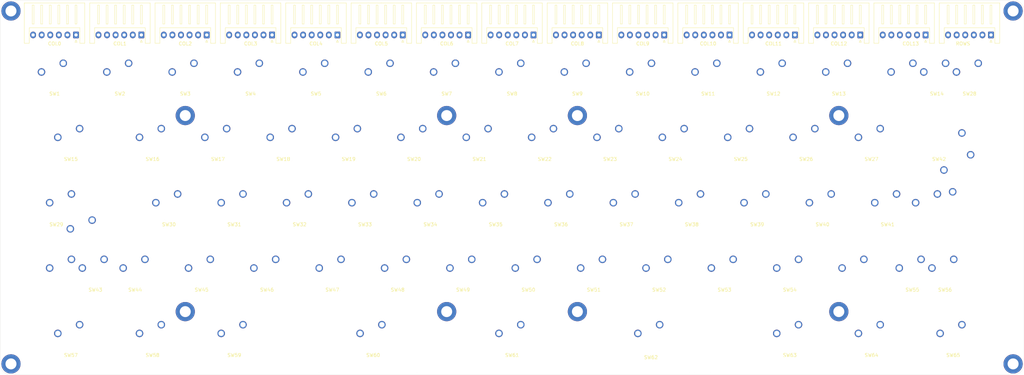
<source format=kicad_pcb>
(kicad_pcb (version 20171130) (host pcbnew 5.1.8)
  (layers (0 F.Cu signal) (31 B.Cu signal) (34 B.Paste user) (35 F.Paste user) (36 B.SilkS user) (37 F.SilkS user) (38 B.Mask user) (39 F.Mask user) (44 Edge.Cuts user))
  (net 0 "")
  (net 1 "Net-(J1-Pad1)")
  (net 2 "Net-(J1-Pad2)")
  (net 3 "Net-(J1-Pad3)")
  (net 4 "Net-(J1-Pad4)")
  (net 5 "Net-(J1-Pad5)")
  (net 6 "Net-(J2-Pad1)")
  (net 7 "Net-(J2-Pad2)")
  (net 8 "Net-(J2-Pad3)")
  (net 9 "Net-(J2-Pad4)")
  (net 10 "Net-(J2-Pad5)")
  (net 11 "Net-(J3-Pad5)")
  (net 12 "Net-(J3-Pad4)")
  (net 13 "Net-(J3-Pad3)")
  (net 14 "Net-(J3-Pad2)")
  (net 15 "Net-(J3-Pad1)")
  (net 16 "Net-(J4-Pad1)")
  (net 17 "Net-(J4-Pad2)")
  (net 18 "Net-(J4-Pad3)")
  (net 19 "Net-(J4-Pad4)")
  (net 20 "Net-(J5-Pad4)")
  (net 21 "Net-(J5-Pad3)")
  (net 22 "Net-(J5-Pad2)")
  (net 23 "Net-(J5-Pad1)")
  (net 24 "Net-(J6-Pad5)")
  (net 25 "Net-(J6-Pad4)")
  (net 26 "Net-(J6-Pad3)")
  (net 27 "Net-(J6-Pad2)")
  (net 28 "Net-(J6-Pad1)")
  (net 29 "Net-(J7-Pad4)")
  (net 30 "Net-(J7-Pad3)")
  (net 31 "Net-(J7-Pad2)")
  (net 32 "Net-(J7-Pad1)")
  (net 33 "Net-(J8-Pad1)")
  (net 34 "Net-(J8-Pad2)")
  (net 35 "Net-(J8-Pad3)")
  (net 36 "Net-(J8-Pad4)")
  (net 37 "Net-(J8-Pad5)")
  (net 38 "Net-(J9-Pad1)")
  (net 39 "Net-(J9-Pad2)")
  (net 40 "Net-(J9-Pad3)")
  (net 41 "Net-(J9-Pad4)")
  (net 42 "Net-(J10-Pad5)")
  (net 43 "Net-(J10-Pad4)")
  (net 44 "Net-(J10-Pad3)")
  (net 45 "Net-(J10-Pad2)")
  (net 46 "Net-(J10-Pad1)")
  (net 47 "Net-(J11-Pad1)")
  (net 48 "Net-(J11-Pad2)")
  (net 49 "Net-(J11-Pad3)")
  (net 50 "Net-(J11-Pad4)")
  (net 51 "Net-(J12-Pad5)")
  (net 52 "Net-(J12-Pad4)")
  (net 53 "Net-(J12-Pad3)")
  (net 54 "Net-(J12-Pad2)")
  (net 55 "Net-(J12-Pad1)")
  (net 56 "Net-(J13-Pad1)")
  (net 57 "Net-(J13-Pad2)")
  (net 58 "Net-(J13-Pad3)")
  (net 59 "Net-(J13-Pad4)")
  (net 60 "Net-(J13-Pad5)")
  (net 61 "Net-(J14-Pad5)")
  (net 62 "Net-(J14-Pad4)")
  (net 63 "Net-(J14-Pad3)")
  (net 64 "Net-(J14-Pad2)")
  (net 65 "Net-(J14-Pad1)")
  (net 66 ROW0)
  (net 67 ROW1)
  (net 68 ROW2)
  (net 69 ROW3)
  (net 70 ROW4)
  (module MountingHole:MountingHole_3.2mm_M3_DIN965_Pad_TopBottom (layer F.Cu) (at 215.9 99.06)
    (fp_text reference REF** hide)
    (fp_text value MountingHole_3.2mm_M3_DIN965_Pad_TopBottom)
    (pad 1 thru_hole circle (at 0 0) (size 3.6 3.6) (drill 3.2) (layers *.Cu *.Mask))
    (pad 1 connect circle (at 0 0) (size 5.6 5.6) (layers F.Cu F.Mask))
    (pad 1 connect circle (at 0 0) (size 5.6 5.6) (layers B.Cu B.Mask))
  )
  (module MountingHole:MountingHole_3.2mm_M3_DIN965_Pad_TopBottom (layer F.Cu) (at 215.9 156.21)
    (fp_text reference REF** hide)
    (fp_text value MountingHole_3.2mm_M3_DIN965_Pad_TopBottom)
    (pad 1 connect circle (at 0 0) (size 5.6 5.6) (layers B.Cu B.Mask))
    (pad 1 connect circle (at 0 0) (size 5.6 5.6) (layers F.Cu F.Mask))
    (pad 1 thru_hole circle (at 0 0) (size 3.6 3.6) (drill 3.2) (layers *.Cu *.Mask))
  )
  (module MountingHole:MountingHole_3.2mm_M3_DIN965_Pad_TopBottom (layer F.Cu) (at 177.8 99.06)
    (fp_text reference REF** hide)
    (fp_text value MountingHole_3.2mm_M3_DIN965_Pad_TopBottom)
    (pad 1 thru_hole circle (at 0 0) (size 3.6 3.6) (drill 3.2) (layers *.Cu *.Mask))
    (pad 1 connect circle (at 0 0) (size 5.6 5.6) (layers F.Cu F.Mask))
    (pad 1 connect circle (at 0 0) (size 5.6 5.6) (layers B.Cu B.Mask))
  )
  (module MountingHole:MountingHole_3.2mm_M3_DIN965_Pad_TopBottom (layer F.Cu) (at 177.8 156.21)
    (fp_text reference REF** hide)
    (fp_text value MountingHole_3.2mm_M3_DIN965_Pad_TopBottom)
    (pad 1 connect circle (at 0 0) (size 5.6 5.6) (layers B.Cu B.Mask))
    (pad 1 connect circle (at 0 0) (size 5.6 5.6) (layers F.Cu F.Mask))
    (pad 1 thru_hole circle (at 0 0) (size 3.6 3.6) (drill 3.2) (layers *.Cu *.Mask))
  )
  (module MountingHole:MountingHole_3.2mm_M3_DIN965_Pad_TopBottom (layer F.Cu) (at 101.6 99.06)
    (fp_text reference REF** hide)
    (fp_text value MountingHole_3.2mm_M3_DIN965_Pad_TopBottom)
    (pad 1 connect circle (at 0 0) (size 5.6 5.6) (layers B.Cu B.Mask))
    (pad 1 connect circle (at 0 0) (size 5.6 5.6) (layers F.Cu F.Mask))
    (pad 1 thru_hole circle (at 0 0) (size 3.6 3.6) (drill 3.2) (layers *.Cu *.Mask))
  )
  (module MountingHole:MountingHole_3.2mm_M3_DIN965_Pad_TopBottom (layer F.Cu) (at 292.1 99.06)
    (fp_text reference REF** hide)
    (fp_text value MountingHole_3.2mm_M3_DIN965_Pad_TopBottom)
    (pad 1 connect circle (at 0 0) (size 5.6 5.6) (layers B.Cu B.Mask))
    (pad 1 connect circle (at 0 0) (size 5.6 5.6) (layers F.Cu F.Mask))
    (pad 1 thru_hole circle (at 0 0) (size 3.6 3.6) (drill 3.2) (layers *.Cu *.Mask))
  )
  (module MountingHole:MountingHole_3.2mm_M3_DIN965_Pad_TopBottom (layer F.Cu) (at 292.1 156.21)
    (fp_text reference REF** hide)
    (fp_text value MountingHole_3.2mm_M3_DIN965_Pad_TopBottom)
    (pad 1 thru_hole circle (at 0 0) (size 3.6 3.6) (drill 3.2) (layers *.Cu *.Mask))
    (pad 1 connect circle (at 0 0) (size 5.6 5.6) (layers F.Cu F.Mask))
    (pad 1 connect circle (at 0 0) (size 5.6 5.6) (layers B.Cu B.Mask))
  )
  (module MountingHole:MountingHole_3.2mm_M3_DIN965_Pad_TopBottom (layer F.Cu) (at 101.6 156.21)
    (fp_text reference REF** hide)
    (fp_text value MountingHole_3.2mm_M3_DIN965_Pad_TopBottom)
    (pad 1 thru_hole circle (at 0 0) (size 3.6 3.6) (drill 3.2) (layers *.Cu *.Mask))
    (pad 1 connect circle (at 0 0) (size 5.6 5.6) (layers F.Cu F.Mask))
    (pad 1 connect circle (at 0 0) (size 5.6 5.6) (layers B.Cu B.Mask))
  )
  (module MountingHole:MountingHole_3.2mm_M3_DIN965_Pad_TopBottom (layer F.Cu) (at 50.8 68.58)
    (fp_text reference REF** hide)
    (fp_text value MountingHole_3.2mm_M3_DIN965_Pad_TopBottom)
    (pad 1 thru_hole circle (at 0 0) (size 3.6 3.6) (drill 3.2) (layers *.Cu *.Mask))
    (pad 1 connect circle (at 0 0) (size 5.6 5.6) (layers F.Cu F.Mask))
    (pad 1 connect circle (at 0 0) (size 5.6 5.6) (layers B.Cu B.Mask))
  )
  (module MountingHole:MountingHole_3.2mm_M3_DIN965_Pad_TopBottom (layer F.Cu) (at 50.8 171.45)
    (fp_text reference REF** hide)
    (fp_text value MountingHole_3.2mm_M3_DIN965_Pad_TopBottom)
    (pad 1 connect circle (at 0 0) (size 5.6 5.6) (layers B.Cu B.Mask))
    (pad 1 connect circle (at 0 0) (size 5.6 5.6) (layers F.Cu F.Mask))
    (pad 1 thru_hole circle (at 0 0) (size 3.6 3.6) (drill 3.2) (layers *.Cu *.Mask))
  )
  (module MountingHole:MountingHole_3.2mm_M3_DIN965_Pad_TopBottom (layer F.Cu) (at 342.9 171.45)
    (fp_text reference REF** hide)
    (fp_text value MountingHole_3.2mm_M3_DIN965_Pad_TopBottom)
    (pad 1 thru_hole circle (at 0 0) (size 3.6 3.6) (drill 3.2) (layers *.Cu *.Mask))
    (pad 1 connect circle (at 0 0) (size 5.6 5.6) (layers F.Cu F.Mask))
    (pad 1 connect circle (at 0 0) (size 5.6 5.6) (layers B.Cu B.Mask))
  )
  (module MountingHole:MountingHole_3.2mm_M3_DIN965_Pad_TopBottom (layer F.Cu) (at 342.9 68.58)
    (fp_text reference REF** hide)
    (fp_text value MountingHole_3.2mm_M3_DIN965_Pad_TopBottom)
    (pad 1 connect circle (at 0 0) (size 5.6 5.6) (layers B.Cu B.Mask))
    (pad 1 connect circle (at 0 0) (size 5.6 5.6) (layers F.Cu F.Mask))
    (pad 1 thru_hole circle (at 0 0) (size 3.6 3.6) (drill 3.2) (layers *.Cu *.Mask))
  )
  (module Segment_Footprints:Segment_MX_1.50u_ISO_PCB (layer F.Cu) (at 325.4375 107.95)
    (fp_text reference SW42 (at -4.1275 3.81) (layer F.SilkS))
    (fp_text value SW_Push_45deg)
    (pad "" np_thru_hole oval (at -6.50125 20.2375 298.4) (size 6.70034 4) (drill oval 6.70034 4) (layers *.Cu *.Mask))
    (pad "" np_thru_hole oval (at 3.56875 10.1675 331.6) (size 6.70034 4) (drill oval 6.70034 4) (layers *.Cu *.Mask))
    (pad "" np_thru_hole circle (at 0 5.08 270) (size 1.7 1.7) (drill 1.7) (layers *.Cu *.Mask))
    (pad "" np_thru_hole circle (at 0 -5.08 270) (size 1.7 1.7) (drill 1.7) (layers *.Cu *.Mask))
    (pad "" np_thru_hole circle (at 0 0 270) (size 4 4) (drill 4) (layers *.Cu *.Mask))
    (pad 1 thru_hole circle (at 2.54 -3.81 270) (size 2.2 2.2) (drill 1.5) (layers *.Cu *.Mask) (net 63 "Net-(J14-Pad3)"))
    (pad 2 thru_hole circle (at 5.08 2.54 270) (size 2.2 2.2) (drill 1.5) (layers *.Cu *.Mask) (net 68 ROW2))
    (pad "" np_thru_hole circle (at 9.38125 21.425 180) (size 3.05 3.05) (drill 3.05) (layers *.Cu *.Mask))
    (pad "" np_thru_hole circle (at -5.85875 -2.375 180) (size 4 4) (drill 4) (layers *.Cu *.Mask))
    (pad "" np_thru_hole circle (at 2.38125 4.445 90) (size 1.7 1.7) (drill 1.7) (layers *.Cu *.Mask))
    (pad 2 thru_hole circle (at -0.15875 13.335 180) (size 2.2 2.2) (drill 1.5) (layers *.Cu *.Mask) (net 68 ROW2))
    (pad "" np_thru_hole circle (at 2.38125 14.605 90) (size 1.7 1.7) (drill 1.7) (layers *.Cu *.Mask))
    (pad "" np_thru_hole circle (at 9.38125 -2.375 180) (size 3.05 3.05) (drill 3.05) (layers *.Cu *.Mask))
    (pad 1 thru_hole circle (at -2.69875 6.985 90) (size 2.2 2.2) (drill 1.5) (layers *.Cu *.Mask) (net 63 "Net-(J14-Pad3)"))
  )
  (module Segment_Footprints:Segment_MX_1.00u_2.00u_PCB (layer F.Cu) (at 311.15 88.9)
    (fp_text reference SW14 (at 9.525 3.81) (layer F.SilkS))
    (fp_text value SW_Push_45deg)
    (pad "" np_thru_hole oval (at 14.2875 0) (size 2.335 1.7) (drill oval 2.335 1.7) (layers *.Cu *.Mask))
    (pad "" np_thru_hole oval (at 4.7625 0) (size 2.335 1.7) (drill oval 2.335 1.7) (layers *.Cu *.Mask))
    (pad 2 thru_hole circle (at -3.81 -2.54) (size 2.2 2.2) (drill 1.5) (layers *.Cu *.Mask) (net 70 ROW4))
    (pad 1 thru_hole circle (at 2.54 -5.08) (size 2.2 2.2) (drill 1.5) (layers *.Cu *.Mask) (net 61 "Net-(J14-Pad5)"))
    (pad "" np_thru_hole circle (at 0 0) (size 4 4) (drill 4) (layers *.Cu *.Mask))
    (pad "" np_thru_hole circle (at -5.08 0) (size 1.7 1.7) (drill 1.7) (layers *.Cu *.Mask))
    (pad "" np_thru_hole circle (at 21.425 -8.24 180) (size 4 4) (drill 4) (layers *.Cu *.Mask))
    (pad "" np_thru_hole circle (at 21.425 7 180) (size 3.05 3.05) (drill 3.05) (layers *.Cu *.Mask))
    (pad "" np_thru_hole circle (at -2.375 7 180) (size 3.05 3.05) (drill 3.05) (layers *.Cu *.Mask))
    (pad "" np_thru_hole circle (at -2.375 -8.24 180) (size 4 4) (drill 4) (layers *.Cu *.Mask))
    (pad 1 thru_hole circle (at 12.065 -5.08) (size 2.2 2.2) (drill 1.5) (layers *.Cu *.Mask) (net 61 "Net-(J14-Pad5)"))
    (pad "" np_thru_hole circle (at 9.525 0) (size 4 4) (drill 4) (layers *.Cu *.Mask))
    (pad 2 thru_hole circle (at 5.715 -2.54) (size 2.2 2.2) (drill 1.5) (layers *.Cu *.Mask) (net 70 ROW4))
  )
  (module Segment_Footprints:Segment_MX_1.25u_2.25u_PCB (layer F.Cu) (at 65.88125 146.05)
    (fp_text reference SW43 (at 9.525 3.81) (layer F.SilkS))
    (fp_text value SW_Push_45deg)
    (pad "" np_thru_hole oval (at 15.475 0) (size 3.44 1.7) (drill oval 3.44 1.7) (layers *.Cu *.Mask))
    (pad "" np_thru_hole oval (at 4.7625 0) (size 2.335 1.7) (drill oval 2.335 1.7) (layers *.Cu *.Mask))
    (pad "" np_thru_hole circle (at 21.425 -8.24 180) (size 4 4) (drill 4) (layers *.Cu *.Mask))
    (pad "" np_thru_hole circle (at 21.425 7 180) (size 3.05 3.05) (drill 3.05) (layers *.Cu *.Mask))
    (pad 2 thru_hole circle (at 5.715 -2.54) (size 2.2 2.2) (drill 1.5) (layers *.Cu *.Mask) (net 67 ROW1))
    (pad "" np_thru_hole circle (at -2.375 7 180) (size 3.05 3.05) (drill 3.05) (layers *.Cu *.Mask))
    (pad 1 thru_hole circle (at 12.065 -5.08) (size 2.2 2.2) (drill 1.5) (layers *.Cu *.Mask) (net 2 "Net-(J1-Pad2)"))
    (pad "" np_thru_hole circle (at 9.525 0) (size 4 4) (drill 4) (layers *.Cu *.Mask))
    (pad "" np_thru_hole circle (at -2.375 -8.24 180) (size 4 4) (drill 4) (layers *.Cu *.Mask))
    (pad 1 thru_hole circle (at 2.54 -5.08) (size 2.2 2.2) (drill 1.5) (layers *.Cu *.Mask) (net 2 "Net-(J1-Pad2)"))
    (pad 2 thru_hole circle (at -3.81 -2.54) (size 2.2 2.2) (drill 1.5) (layers *.Cu *.Mask) (net 67 ROW1))
    (pad "" np_thru_hole circle (at 0 0) (size 4 4) (drill 4) (layers *.Cu *.Mask))
    (pad "" np_thru_hole circle (at -5.08 0) (size 1.7 1.7) (drill 1.7) (layers *.Cu *.Mask))
  )
  (module Segment_Footprints:Segment_MX_1.00u_PCB (layer F.Cu) (at 63.5 88.9)
    (fp_text reference SW1 (at 0 3.81) (layer F.SilkS))
    (fp_text value SW_Push_45deg)
    (pad 2 thru_hole circle (at -3.81 -2.54) (size 2.2 2.2) (drill 1.5) (layers *.Cu *.Mask) (net 70 ROW4))
    (pad 1 thru_hole circle (at 2.54 -5.08) (size 2.2 2.2) (drill 1.5) (layers *.Cu *.Mask) (net 5 "Net-(J1-Pad5)"))
    (pad "" np_thru_hole circle (at 5.08 0) (size 1.7 1.7) (drill 1.7) (layers *.Cu *.Mask))
    (pad "" np_thru_hole circle (at 0 0) (size 4 4) (drill 4) (layers *.Cu *.Mask))
    (pad "" np_thru_hole circle (at -5.08 0) (size 1.7 1.7) (drill 1.7) (layers *.Cu *.Mask))
  )
  (module Segment_Footprints:Segment_MX_1.00u_PCB (layer F.Cu) (at 82.55 88.9)
    (fp_text reference SW2 (at 0 3.81) (layer F.SilkS))
    (fp_text value SW_Push_45deg)
    (pad "" np_thru_hole circle (at -5.08 0) (size 1.7 1.7) (drill 1.7) (layers *.Cu *.Mask))
    (pad "" np_thru_hole circle (at 0 0) (size 4 4) (drill 4) (layers *.Cu *.Mask))
    (pad "" np_thru_hole circle (at 5.08 0) (size 1.7 1.7) (drill 1.7) (layers *.Cu *.Mask))
    (pad 1 thru_hole circle (at 2.54 -5.08) (size 2.2 2.2) (drill 1.5) (layers *.Cu *.Mask) (net 10 "Net-(J2-Pad5)"))
    (pad 2 thru_hole circle (at -3.81 -2.54) (size 2.2 2.2) (drill 1.5) (layers *.Cu *.Mask) (net 70 ROW4))
  )
  (module Segment_Footprints:Segment_MX_1.00u_PCB (layer F.Cu) (at 101.6 88.9)
    (fp_text reference SW3 (at 0 3.81) (layer F.SilkS))
    (fp_text value SW_Push_45deg)
    (pad 2 thru_hole circle (at -3.81 -2.54) (size 2.2 2.2) (drill 1.5) (layers *.Cu *.Mask) (net 70 ROW4))
    (pad 1 thru_hole circle (at 2.54 -5.08) (size 2.2 2.2) (drill 1.5) (layers *.Cu *.Mask) (net 11 "Net-(J3-Pad5)"))
    (pad "" np_thru_hole circle (at 5.08 0) (size 1.7 1.7) (drill 1.7) (layers *.Cu *.Mask))
    (pad "" np_thru_hole circle (at 0 0) (size 4 4) (drill 4) (layers *.Cu *.Mask))
    (pad "" np_thru_hole circle (at -5.08 0) (size 1.7 1.7) (drill 1.7) (layers *.Cu *.Mask))
  )
  (module Segment_Footprints:Segment_MX_1.00u_PCB (layer F.Cu) (at 120.65 88.9)
    (fp_text reference SW4 (at 0 3.81) (layer F.SilkS))
    (fp_text value SW_Push_45deg)
    (pad "" np_thru_hole circle (at -5.08 0) (size 1.7 1.7) (drill 1.7) (layers *.Cu *.Mask))
    (pad "" np_thru_hole circle (at 0 0) (size 4 4) (drill 4) (layers *.Cu *.Mask))
    (pad "" np_thru_hole circle (at 5.08 0) (size 1.7 1.7) (drill 1.7) (layers *.Cu *.Mask))
    (pad 1 thru_hole circle (at 2.54 -5.08) (size 2.2 2.2) (drill 1.5) (layers *.Cu *.Mask) (net 19 "Net-(J4-Pad4)"))
    (pad 2 thru_hole circle (at -3.81 -2.54) (size 2.2 2.2) (drill 1.5) (layers *.Cu *.Mask) (net 70 ROW4))
  )
  (module Segment_Footprints:Segment_MX_1.00u_PCB (layer F.Cu) (at 139.7 88.9)
    (fp_text reference SW5 (at 0 3.81) (layer F.SilkS))
    (fp_text value SW_Push_45deg)
    (pad 2 thru_hole circle (at -3.81 -2.54) (size 2.2 2.2) (drill 1.5) (layers *.Cu *.Mask) (net 70 ROW4))
    (pad 1 thru_hole circle (at 2.54 -5.08) (size 2.2 2.2) (drill 1.5) (layers *.Cu *.Mask) (net 20 "Net-(J5-Pad4)"))
    (pad "" np_thru_hole circle (at 5.08 0) (size 1.7 1.7) (drill 1.7) (layers *.Cu *.Mask))
    (pad "" np_thru_hole circle (at 0 0) (size 4 4) (drill 4) (layers *.Cu *.Mask))
    (pad "" np_thru_hole circle (at -5.08 0) (size 1.7 1.7) (drill 1.7) (layers *.Cu *.Mask))
  )
  (module Segment_Footprints:Segment_MX_1.00u_PCB (layer F.Cu) (at 158.75 88.9)
    (fp_text reference SW6 (at 0 3.81) (layer F.SilkS))
    (fp_text value SW_Push_45deg)
    (pad "" np_thru_hole circle (at -5.08 0) (size 1.7 1.7) (drill 1.7) (layers *.Cu *.Mask))
    (pad "" np_thru_hole circle (at 0 0) (size 4 4) (drill 4) (layers *.Cu *.Mask))
    (pad "" np_thru_hole circle (at 5.08 0) (size 1.7 1.7) (drill 1.7) (layers *.Cu *.Mask))
    (pad 1 thru_hole circle (at 2.54 -5.08) (size 2.2 2.2) (drill 1.5) (layers *.Cu *.Mask) (net 24 "Net-(J6-Pad5)"))
    (pad 2 thru_hole circle (at -3.81 -2.54) (size 2.2 2.2) (drill 1.5) (layers *.Cu *.Mask) (net 70 ROW4))
  )
  (module Segment_Footprints:Segment_MX_1.00u_PCB (layer F.Cu) (at 177.8 88.9)
    (fp_text reference SW7 (at 0 3.81) (layer F.SilkS))
    (fp_text value SW_Push_45deg)
    (pad 2 thru_hole circle (at -3.81 -2.54) (size 2.2 2.2) (drill 1.5) (layers *.Cu *.Mask) (net 70 ROW4))
    (pad 1 thru_hole circle (at 2.54 -5.08) (size 2.2 2.2) (drill 1.5) (layers *.Cu *.Mask) (net 29 "Net-(J7-Pad4)"))
    (pad "" np_thru_hole circle (at 5.08 0) (size 1.7 1.7) (drill 1.7) (layers *.Cu *.Mask))
    (pad "" np_thru_hole circle (at 0 0) (size 4 4) (drill 4) (layers *.Cu *.Mask))
    (pad "" np_thru_hole circle (at -5.08 0) (size 1.7 1.7) (drill 1.7) (layers *.Cu *.Mask))
  )
  (module Segment_Footprints:Segment_MX_1.00u_PCB (layer F.Cu) (at 196.85 88.9)
    (fp_text reference SW8 (at 0 3.81) (layer F.SilkS))
    (fp_text value SW_Push_45deg)
    (pad "" np_thru_hole circle (at -5.08 0) (size 1.7 1.7) (drill 1.7) (layers *.Cu *.Mask))
    (pad "" np_thru_hole circle (at 0 0) (size 4 4) (drill 4) (layers *.Cu *.Mask))
    (pad "" np_thru_hole circle (at 5.08 0) (size 1.7 1.7) (drill 1.7) (layers *.Cu *.Mask))
    (pad 1 thru_hole circle (at 2.54 -5.08) (size 2.2 2.2) (drill 1.5) (layers *.Cu *.Mask) (net 37 "Net-(J8-Pad5)"))
    (pad 2 thru_hole circle (at -3.81 -2.54) (size 2.2 2.2) (drill 1.5) (layers *.Cu *.Mask) (net 70 ROW4))
  )
  (module Segment_Footprints:Segment_MX_1.00u_PCB (layer F.Cu) (at 215.9 88.9)
    (fp_text reference SW9 (at 0 3.81) (layer F.SilkS))
    (fp_text value SW_Push_45deg)
    (pad 2 thru_hole circle (at -3.81 -2.54) (size 2.2 2.2) (drill 1.5) (layers *.Cu *.Mask) (net 70 ROW4))
    (pad 1 thru_hole circle (at 2.54 -5.08) (size 2.2 2.2) (drill 1.5) (layers *.Cu *.Mask) (net 41 "Net-(J9-Pad4)"))
    (pad "" np_thru_hole circle (at 5.08 0) (size 1.7 1.7) (drill 1.7) (layers *.Cu *.Mask))
    (pad "" np_thru_hole circle (at 0 0) (size 4 4) (drill 4) (layers *.Cu *.Mask))
    (pad "" np_thru_hole circle (at -5.08 0) (size 1.7 1.7) (drill 1.7) (layers *.Cu *.Mask))
  )
  (module Segment_Footprints:Segment_MX_1.00u_PCB (layer F.Cu) (at 234.95 88.9)
    (fp_text reference SW10 (at 0 3.81) (layer F.SilkS))
    (fp_text value SW_Push_45deg)
    (pad "" np_thru_hole circle (at -5.08 0) (size 1.7 1.7) (drill 1.7) (layers *.Cu *.Mask))
    (pad "" np_thru_hole circle (at 0 0) (size 4 4) (drill 4) (layers *.Cu *.Mask))
    (pad "" np_thru_hole circle (at 5.08 0) (size 1.7 1.7) (drill 1.7) (layers *.Cu *.Mask))
    (pad 1 thru_hole circle (at 2.54 -5.08) (size 2.2 2.2) (drill 1.5) (layers *.Cu *.Mask) (net 42 "Net-(J10-Pad5)"))
    (pad 2 thru_hole circle (at -3.81 -2.54) (size 2.2 2.2) (drill 1.5) (layers *.Cu *.Mask) (net 70 ROW4))
  )
  (module Segment_Footprints:Segment_MX_1.00u_PCB (layer F.Cu) (at 254 88.9)
    (fp_text reference SW11 (at 0 3.81) (layer F.SilkS))
    (fp_text value SW_Push_45deg)
    (pad "" np_thru_hole circle (at -5.08 0) (size 1.7 1.7) (drill 1.7) (layers *.Cu *.Mask))
    (pad "" np_thru_hole circle (at 0 0) (size 4 4) (drill 4) (layers *.Cu *.Mask))
    (pad "" np_thru_hole circle (at 5.08 0) (size 1.7 1.7) (drill 1.7) (layers *.Cu *.Mask))
    (pad 1 thru_hole circle (at 2.54 -5.08) (size 2.2 2.2) (drill 1.5) (layers *.Cu *.Mask) (net 50 "Net-(J11-Pad4)"))
    (pad 2 thru_hole circle (at -3.81 -2.54) (size 2.2 2.2) (drill 1.5) (layers *.Cu *.Mask) (net 70 ROW4))
  )
  (module Segment_Footprints:Segment_MX_1.00u_PCB (layer F.Cu) (at 273.05 88.9)
    (fp_text reference SW12 (at 0 3.81) (layer F.SilkS))
    (fp_text value SW_Push_45deg)
    (pad 2 thru_hole circle (at -3.81 -2.54) (size 2.2 2.2) (drill 1.5) (layers *.Cu *.Mask) (net 70 ROW4))
    (pad 1 thru_hole circle (at 2.54 -5.08) (size 2.2 2.2) (drill 1.5) (layers *.Cu *.Mask) (net 51 "Net-(J12-Pad5)"))
    (pad "" np_thru_hole circle (at 5.08 0) (size 1.7 1.7) (drill 1.7) (layers *.Cu *.Mask))
    (pad "" np_thru_hole circle (at 0 0) (size 4 4) (drill 4) (layers *.Cu *.Mask))
    (pad "" np_thru_hole circle (at -5.08 0) (size 1.7 1.7) (drill 1.7) (layers *.Cu *.Mask))
  )
  (module Segment_Footprints:Segment_MX_1.00u_PCB (layer F.Cu) (at 292.1 88.9)
    (fp_text reference SW13 (at 0 3.81) (layer F.SilkS))
    (fp_text value SW_Push_45deg)
    (pad 2 thru_hole circle (at -3.81 -2.54) (size 2.2 2.2) (drill 1.5) (layers *.Cu *.Mask) (net 70 ROW4))
    (pad 1 thru_hole circle (at 2.54 -5.08) (size 2.2 2.2) (drill 1.5) (layers *.Cu *.Mask) (net 60 "Net-(J13-Pad5)"))
    (pad "" np_thru_hole circle (at 5.08 0) (size 1.7 1.7) (drill 1.7) (layers *.Cu *.Mask))
    (pad "" np_thru_hole circle (at 0 0) (size 4 4) (drill 4) (layers *.Cu *.Mask))
    (pad "" np_thru_hole circle (at -5.08 0) (size 1.7 1.7) (drill 1.7) (layers *.Cu *.Mask))
  )
  (module Segment_Footprints:Segment_MX_1.50u_PCB (layer F.Cu) (at 68.2625 107.95)
    (fp_text reference SW15 (at 0 3.81) (layer F.SilkS))
    (fp_text value SW_Push_45deg)
    (pad "" np_thru_hole circle (at 5.08 0) (size 1.7 1.7) (drill 1.7) (layers *.Cu *.Mask))
    (pad "" np_thru_hole circle (at -5.08 0) (size 1.7 1.7) (drill 1.7) (layers *.Cu *.Mask))
    (pad "" np_thru_hole circle (at 0 0) (size 4 4) (drill 4) (layers *.Cu *.Mask))
    (pad 2 thru_hole circle (at -3.81 -2.54) (size 2.2 2.2) (drill 1.5) (layers *.Cu *.Mask) (net 69 ROW3))
    (pad 1 thru_hole circle (at 2.54 -5.08) (size 2.2 2.2) (drill 1.5) (layers *.Cu *.Mask) (net 4 "Net-(J1-Pad4)"))
  )
  (module Segment_Footprints:Segment_MX_1.00u_PCB (layer F.Cu) (at 92.075 107.95)
    (fp_text reference SW16 (at 0 3.81) (layer F.SilkS))
    (fp_text value SW_Push_45deg)
    (pad 2 thru_hole circle (at -3.81 -2.54) (size 2.2 2.2) (drill 1.5) (layers *.Cu *.Mask) (net 69 ROW3))
    (pad 1 thru_hole circle (at 2.54 -5.08) (size 2.2 2.2) (drill 1.5) (layers *.Cu *.Mask) (net 9 "Net-(J2-Pad4)"))
    (pad "" np_thru_hole circle (at 5.08 0) (size 1.7 1.7) (drill 1.7) (layers *.Cu *.Mask))
    (pad "" np_thru_hole circle (at 0 0) (size 4 4) (drill 4) (layers *.Cu *.Mask))
    (pad "" np_thru_hole circle (at -5.08 0) (size 1.7 1.7) (drill 1.7) (layers *.Cu *.Mask))
  )
  (module Segment_Footprints:Segment_MX_1.00u_PCB (layer F.Cu) (at 111.125 107.95)
    (fp_text reference SW17 (at 0 3.81) (layer F.SilkS))
    (fp_text value SW_Push_45deg)
    (pad "" np_thru_hole circle (at -5.08 0) (size 1.7 1.7) (drill 1.7) (layers *.Cu *.Mask))
    (pad "" np_thru_hole circle (at 0 0) (size 4 4) (drill 4) (layers *.Cu *.Mask))
    (pad "" np_thru_hole circle (at 5.08 0) (size 1.7 1.7) (drill 1.7) (layers *.Cu *.Mask))
    (pad 1 thru_hole circle (at 2.54 -5.08) (size 2.2 2.2) (drill 1.5) (layers *.Cu *.Mask) (net 12 "Net-(J3-Pad4)"))
    (pad 2 thru_hole circle (at -3.81 -2.54) (size 2.2 2.2) (drill 1.5) (layers *.Cu *.Mask) (net 69 ROW3))
  )
  (module Segment_Footprints:Segment_MX_1.00u_PCB (layer F.Cu) (at 130.175 107.95)
    (fp_text reference SW18 (at 0 3.81) (layer F.SilkS))
    (fp_text value SW_Push_45deg)
    (pad "" np_thru_hole circle (at -5.08 0) (size 1.7 1.7) (drill 1.7) (layers *.Cu *.Mask))
    (pad "" np_thru_hole circle (at 0 0) (size 4 4) (drill 4) (layers *.Cu *.Mask))
    (pad "" np_thru_hole circle (at 5.08 0) (size 1.7 1.7) (drill 1.7) (layers *.Cu *.Mask))
    (pad 1 thru_hole circle (at 2.54 -5.08) (size 2.2 2.2) (drill 1.5) (layers *.Cu *.Mask) (net 18 "Net-(J4-Pad3)"))
    (pad 2 thru_hole circle (at -3.81 -2.54) (size 2.2 2.2) (drill 1.5) (layers *.Cu *.Mask) (net 69 ROW3))
  )
  (module Segment_Footprints:Segment_MX_1.00u_PCB (layer F.Cu) (at 149.225 107.95)
    (fp_text reference SW19 (at 0 3.81) (layer F.SilkS))
    (fp_text value SW_Push_45deg)
    (pad 2 thru_hole circle (at -3.81 -2.54) (size 2.2 2.2) (drill 1.5) (layers *.Cu *.Mask) (net 69 ROW3))
    (pad 1 thru_hole circle (at 2.54 -5.08) (size 2.2 2.2) (drill 1.5) (layers *.Cu *.Mask) (net 21 "Net-(J5-Pad3)"))
    (pad "" np_thru_hole circle (at 5.08 0) (size 1.7 1.7) (drill 1.7) (layers *.Cu *.Mask))
    (pad "" np_thru_hole circle (at 0 0) (size 4 4) (drill 4) (layers *.Cu *.Mask))
    (pad "" np_thru_hole circle (at -5.08 0) (size 1.7 1.7) (drill 1.7) (layers *.Cu *.Mask))
  )
  (module Segment_Footprints:Segment_MX_1.00u_PCB (layer F.Cu) (at 168.275 107.95)
    (fp_text reference SW20 (at 0 3.81) (layer F.SilkS))
    (fp_text value SW_Push_45deg)
    (pad 2 thru_hole circle (at -3.81 -2.54) (size 2.2 2.2) (drill 1.5) (layers *.Cu *.Mask) (net 69 ROW3))
    (pad 1 thru_hole circle (at 2.54 -5.08) (size 2.2 2.2) (drill 1.5) (layers *.Cu *.Mask) (net 25 "Net-(J6-Pad4)"))
    (pad "" np_thru_hole circle (at 5.08 0) (size 1.7 1.7) (drill 1.7) (layers *.Cu *.Mask))
    (pad "" np_thru_hole circle (at 0 0) (size 4 4) (drill 4) (layers *.Cu *.Mask))
    (pad "" np_thru_hole circle (at -5.08 0) (size 1.7 1.7) (drill 1.7) (layers *.Cu *.Mask))
  )
  (module Segment_Footprints:Segment_MX_1.00u_PCB (layer F.Cu) (at 187.325 107.95)
    (fp_text reference SW21 (at 0 3.81) (layer F.SilkS))
    (fp_text value SW_Push_45deg)
    (pad "" np_thru_hole circle (at -5.08 0) (size 1.7 1.7) (drill 1.7) (layers *.Cu *.Mask))
    (pad "" np_thru_hole circle (at 0 0) (size 4 4) (drill 4) (layers *.Cu *.Mask))
    (pad "" np_thru_hole circle (at 5.08 0) (size 1.7 1.7) (drill 1.7) (layers *.Cu *.Mask))
    (pad 1 thru_hole circle (at 2.54 -5.08) (size 2.2 2.2) (drill 1.5) (layers *.Cu *.Mask) (net 30 "Net-(J7-Pad3)"))
    (pad 2 thru_hole circle (at -3.81 -2.54) (size 2.2 2.2) (drill 1.5) (layers *.Cu *.Mask) (net 69 ROW3))
  )
  (module Segment_Footprints:Segment_MX_1.00u_PCB (layer F.Cu) (at 206.375 107.95)
    (fp_text reference SW22 (at 0 3.81) (layer F.SilkS))
    (fp_text value SW_Push_45deg)
    (pad 2 thru_hole circle (at -3.81 -2.54) (size 2.2 2.2) (drill 1.5) (layers *.Cu *.Mask) (net 69 ROW3))
    (pad 1 thru_hole circle (at 2.54 -5.08) (size 2.2 2.2) (drill 1.5) (layers *.Cu *.Mask) (net 36 "Net-(J8-Pad4)"))
    (pad "" np_thru_hole circle (at 5.08 0) (size 1.7 1.7) (drill 1.7) (layers *.Cu *.Mask))
    (pad "" np_thru_hole circle (at 0 0) (size 4 4) (drill 4) (layers *.Cu *.Mask))
    (pad "" np_thru_hole circle (at -5.08 0) (size 1.7 1.7) (drill 1.7) (layers *.Cu *.Mask))
  )
  (module Segment_Footprints:Segment_MX_1.00u_PCB (layer F.Cu) (at 225.425 107.95)
    (fp_text reference SW23 (at 0 3.81) (layer F.SilkS))
    (fp_text value SW_Push_45deg)
    (pad 2 thru_hole circle (at -3.81 -2.54) (size 2.2 2.2) (drill 1.5) (layers *.Cu *.Mask) (net 69 ROW3))
    (pad 1 thru_hole circle (at 2.54 -5.08) (size 2.2 2.2) (drill 1.5) (layers *.Cu *.Mask) (net 40 "Net-(J9-Pad3)"))
    (pad "" np_thru_hole circle (at 5.08 0) (size 1.7 1.7) (drill 1.7) (layers *.Cu *.Mask))
    (pad "" np_thru_hole circle (at 0 0) (size 4 4) (drill 4) (layers *.Cu *.Mask))
    (pad "" np_thru_hole circle (at -5.08 0) (size 1.7 1.7) (drill 1.7) (layers *.Cu *.Mask))
  )
  (module Segment_Footprints:Segment_MX_1.00u_PCB (layer F.Cu) (at 244.475 107.95)
    (fp_text reference SW24 (at 0 3.81) (layer F.SilkS))
    (fp_text value SW_Push_45deg)
    (pad 2 thru_hole circle (at -3.81 -2.54) (size 2.2 2.2) (drill 1.5) (layers *.Cu *.Mask) (net 69 ROW3))
    (pad 1 thru_hole circle (at 2.54 -5.08) (size 2.2 2.2) (drill 1.5) (layers *.Cu *.Mask) (net 43 "Net-(J10-Pad4)"))
    (pad "" np_thru_hole circle (at 5.08 0) (size 1.7 1.7) (drill 1.7) (layers *.Cu *.Mask))
    (pad "" np_thru_hole circle (at 0 0) (size 4 4) (drill 4) (layers *.Cu *.Mask))
    (pad "" np_thru_hole circle (at -5.08 0) (size 1.7 1.7) (drill 1.7) (layers *.Cu *.Mask))
  )
  (module Segment_Footprints:Segment_MX_1.00u_PCB (layer F.Cu) (at 263.525 107.95)
    (fp_text reference SW25 (at 0 3.81) (layer F.SilkS))
    (fp_text value SW_Push_45deg)
    (pad 2 thru_hole circle (at -3.81 -2.54) (size 2.2 2.2) (drill 1.5) (layers *.Cu *.Mask) (net 69 ROW3))
    (pad 1 thru_hole circle (at 2.54 -5.08) (size 2.2 2.2) (drill 1.5) (layers *.Cu *.Mask) (net 49 "Net-(J11-Pad3)"))
    (pad "" np_thru_hole circle (at 5.08 0) (size 1.7 1.7) (drill 1.7) (layers *.Cu *.Mask))
    (pad "" np_thru_hole circle (at 0 0) (size 4 4) (drill 4) (layers *.Cu *.Mask))
    (pad "" np_thru_hole circle (at -5.08 0) (size 1.7 1.7) (drill 1.7) (layers *.Cu *.Mask))
  )
  (module Segment_Footprints:Segment_MX_1.00u_PCB (layer F.Cu) (at 282.575 107.95)
    (fp_text reference SW26 (at 0 3.81) (layer F.SilkS))
    (fp_text value SW_Push_45deg)
    (pad "" np_thru_hole circle (at -5.08 0) (size 1.7 1.7) (drill 1.7) (layers *.Cu *.Mask))
    (pad "" np_thru_hole circle (at 0 0) (size 4 4) (drill 4) (layers *.Cu *.Mask))
    (pad "" np_thru_hole circle (at 5.08 0) (size 1.7 1.7) (drill 1.7) (layers *.Cu *.Mask))
    (pad 1 thru_hole circle (at 2.54 -5.08) (size 2.2 2.2) (drill 1.5) (layers *.Cu *.Mask) (net 52 "Net-(J12-Pad4)"))
    (pad 2 thru_hole circle (at -3.81 -2.54) (size 2.2 2.2) (drill 1.5) (layers *.Cu *.Mask) (net 69 ROW3))
  )
  (module Segment_Footprints:Segment_MX_1.00u_PCB (layer F.Cu) (at 301.625 107.95)
    (fp_text reference SW27 (at 0 3.81) (layer F.SilkS))
    (fp_text value SW_Push_45deg)
    (pad "" np_thru_hole circle (at -5.08 0) (size 1.7 1.7) (drill 1.7) (layers *.Cu *.Mask))
    (pad "" np_thru_hole circle (at 0 0) (size 4 4) (drill 4) (layers *.Cu *.Mask))
    (pad "" np_thru_hole circle (at 5.08 0) (size 1.7 1.7) (drill 1.7) (layers *.Cu *.Mask))
    (pad 1 thru_hole circle (at 2.54 -5.08) (size 2.2 2.2) (drill 1.5) (layers *.Cu *.Mask) (net 59 "Net-(J13-Pad4)"))
    (pad 2 thru_hole circle (at -3.81 -2.54) (size 2.2 2.2) (drill 1.5) (layers *.Cu *.Mask) (net 69 ROW3))
  )
  (module Segment_Footprints:Segment_MX_1.00u_PCB (layer F.Cu) (at 330.2 88.9)
    (fp_text reference SW28 (at 0 3.81) (layer F.SilkS))
    (fp_text value SW_Push_45deg)
    (pad "" np_thru_hole circle (at -5.08 0) (size 1.7 1.7) (drill 1.7) (layers *.Cu *.Mask))
    (pad "" np_thru_hole circle (at 0 0) (size 4 4) (drill 4) (layers *.Cu *.Mask))
    (pad "" np_thru_hole circle (at 5.08 0) (size 1.7 1.7) (drill 1.7) (layers *.Cu *.Mask))
    (pad 1 thru_hole circle (at 2.54 -5.08) (size 2.2 2.2) (drill 1.5) (layers *.Cu *.Mask) (net 62 "Net-(J14-Pad4)"))
    (pad 2 thru_hole circle (at -3.81 -2.54) (size 2.2 2.2) (drill 1.5) (layers *.Cu *.Mask) (net 69 ROW3))
  )
  (module Segment_Footprints:Segment_MX_1.00u_PCB (layer F.Cu) (at 96.8375 127)
    (fp_text reference SW30 (at 0 3.81) (layer F.SilkS))
    (fp_text value SW_Push_45deg)
    (pad "" np_thru_hole circle (at -5.08 0) (size 1.7 1.7) (drill 1.7) (layers *.Cu *.Mask))
    (pad "" np_thru_hole circle (at 0 0) (size 4 4) (drill 4) (layers *.Cu *.Mask))
    (pad "" np_thru_hole circle (at 5.08 0) (size 1.7 1.7) (drill 1.7) (layers *.Cu *.Mask))
    (pad 1 thru_hole circle (at 2.54 -5.08) (size 2.2 2.2) (drill 1.5) (layers *.Cu *.Mask) (net 8 "Net-(J2-Pad3)"))
    (pad 2 thru_hole circle (at -3.81 -2.54) (size 2.2 2.2) (drill 1.5) (layers *.Cu *.Mask) (net 68 ROW2))
  )
  (module Segment_Footprints:Segment_MX_1.00u_PCB (layer F.Cu) (at 115.8875 127)
    (fp_text reference SW31 (at 0 3.81) (layer F.SilkS))
    (fp_text value SW_Push_45deg)
    (pad 2 thru_hole circle (at -3.81 -2.54) (size 2.2 2.2) (drill 1.5) (layers *.Cu *.Mask) (net 68 ROW2))
    (pad 1 thru_hole circle (at 2.54 -5.08) (size 2.2 2.2) (drill 1.5) (layers *.Cu *.Mask) (net 13 "Net-(J3-Pad3)"))
    (pad "" np_thru_hole circle (at 5.08 0) (size 1.7 1.7) (drill 1.7) (layers *.Cu *.Mask))
    (pad "" np_thru_hole circle (at 0 0) (size 4 4) (drill 4) (layers *.Cu *.Mask))
    (pad "" np_thru_hole circle (at -5.08 0) (size 1.7 1.7) (drill 1.7) (layers *.Cu *.Mask))
  )
  (module Segment_Footprints:Segment_MX_1.00u_PCB (layer F.Cu) (at 134.9375 127)
    (fp_text reference SW32 (at 0 3.81) (layer F.SilkS))
    (fp_text value SW_Push_45deg)
    (pad 2 thru_hole circle (at -3.81 -2.54) (size 2.2 2.2) (drill 1.5) (layers *.Cu *.Mask) (net 68 ROW2))
    (pad 1 thru_hole circle (at 2.54 -5.08) (size 2.2 2.2) (drill 1.5) (layers *.Cu *.Mask) (net 17 "Net-(J4-Pad2)"))
    (pad "" np_thru_hole circle (at 5.08 0) (size 1.7 1.7) (drill 1.7) (layers *.Cu *.Mask))
    (pad "" np_thru_hole circle (at 0 0) (size 4 4) (drill 4) (layers *.Cu *.Mask))
    (pad "" np_thru_hole circle (at -5.08 0) (size 1.7 1.7) (drill 1.7) (layers *.Cu *.Mask))
  )
  (module Segment_Footprints:Segment_MX_1.00u_PCB (layer F.Cu) (at 153.9875 127)
    (fp_text reference SW33 (at 0 3.81) (layer F.SilkS))
    (fp_text value SW_Push_45deg)
    (pad "" np_thru_hole circle (at -5.08 0) (size 1.7 1.7) (drill 1.7) (layers *.Cu *.Mask))
    (pad "" np_thru_hole circle (at 0 0) (size 4 4) (drill 4) (layers *.Cu *.Mask))
    (pad "" np_thru_hole circle (at 5.08 0) (size 1.7 1.7) (drill 1.7) (layers *.Cu *.Mask))
    (pad 1 thru_hole circle (at 2.54 -5.08) (size 2.2 2.2) (drill 1.5) (layers *.Cu *.Mask) (net 22 "Net-(J5-Pad2)"))
    (pad 2 thru_hole circle (at -3.81 -2.54) (size 2.2 2.2) (drill 1.5) (layers *.Cu *.Mask) (net 68 ROW2))
  )
  (module Segment_Footprints:Segment_MX_1.00u_PCB (layer F.Cu) (at 173.0375 127)
    (fp_text reference SW34 (at 0 3.81) (layer F.SilkS))
    (fp_text value SW_Push_45deg)
    (pad "" np_thru_hole circle (at -5.08 0) (size 1.7 1.7) (drill 1.7) (layers *.Cu *.Mask))
    (pad "" np_thru_hole circle (at 0 0) (size 4 4) (drill 4) (layers *.Cu *.Mask))
    (pad "" np_thru_hole circle (at 5.08 0) (size 1.7 1.7) (drill 1.7) (layers *.Cu *.Mask))
    (pad 1 thru_hole circle (at 2.54 -5.08) (size 2.2 2.2) (drill 1.5) (layers *.Cu *.Mask) (net 26 "Net-(J6-Pad3)"))
    (pad 2 thru_hole circle (at -3.81 -2.54) (size 2.2 2.2) (drill 1.5) (layers *.Cu *.Mask) (net 68 ROW2))
  )
  (module Segment_Footprints:Segment_MX_1.00u_PCB (layer F.Cu) (at 192.0875 127)
    (fp_text reference SW35 (at 0 3.81) (layer F.SilkS))
    (fp_text value SW_Push_45deg)
    (pad 2 thru_hole circle (at -3.81 -2.54) (size 2.2 2.2) (drill 1.5) (layers *.Cu *.Mask) (net 68 ROW2))
    (pad 1 thru_hole circle (at 2.54 -5.08) (size 2.2 2.2) (drill 1.5) (layers *.Cu *.Mask) (net 31 "Net-(J7-Pad2)"))
    (pad "" np_thru_hole circle (at 5.08 0) (size 1.7 1.7) (drill 1.7) (layers *.Cu *.Mask))
    (pad "" np_thru_hole circle (at 0 0) (size 4 4) (drill 4) (layers *.Cu *.Mask))
    (pad "" np_thru_hole circle (at -5.08 0) (size 1.7 1.7) (drill 1.7) (layers *.Cu *.Mask))
  )
  (module Segment_Footprints:Segment_MX_1.00u_PCB (layer F.Cu) (at 211.1375 127)
    (fp_text reference SW36 (at 0 3.81) (layer F.SilkS))
    (fp_text value SW_Push_45deg)
    (pad "" np_thru_hole circle (at -5.08 0) (size 1.7 1.7) (drill 1.7) (layers *.Cu *.Mask))
    (pad "" np_thru_hole circle (at 0 0) (size 4 4) (drill 4) (layers *.Cu *.Mask))
    (pad "" np_thru_hole circle (at 5.08 0) (size 1.7 1.7) (drill 1.7) (layers *.Cu *.Mask))
    (pad 1 thru_hole circle (at 2.54 -5.08) (size 2.2 2.2) (drill 1.5) (layers *.Cu *.Mask) (net 35 "Net-(J8-Pad3)"))
    (pad 2 thru_hole circle (at -3.81 -2.54) (size 2.2 2.2) (drill 1.5) (layers *.Cu *.Mask) (net 68 ROW2))
  )
  (module Segment_Footprints:Segment_MX_1.00u_PCB (layer F.Cu) (at 230.1875 127)
    (fp_text reference SW37 (at 0 3.81) (layer F.SilkS))
    (fp_text value SW_Push_45deg)
    (pad "" np_thru_hole circle (at -5.08 0) (size 1.7 1.7) (drill 1.7) (layers *.Cu *.Mask))
    (pad "" np_thru_hole circle (at 0 0) (size 4 4) (drill 4) (layers *.Cu *.Mask))
    (pad "" np_thru_hole circle (at 5.08 0) (size 1.7 1.7) (drill 1.7) (layers *.Cu *.Mask))
    (pad 1 thru_hole circle (at 2.54 -5.08) (size 2.2 2.2) (drill 1.5) (layers *.Cu *.Mask) (net 39 "Net-(J9-Pad2)"))
    (pad 2 thru_hole circle (at -3.81 -2.54) (size 2.2 2.2) (drill 1.5) (layers *.Cu *.Mask) (net 68 ROW2))
  )
  (module Segment_Footprints:Segment_MX_1.00u_PCB (layer F.Cu) (at 249.2375 127)
    (fp_text reference SW38 (at 0 3.81) (layer F.SilkS))
    (fp_text value SW_Push_45deg)
    (pad "" np_thru_hole circle (at -5.08 0) (size 1.7 1.7) (drill 1.7) (layers *.Cu *.Mask))
    (pad "" np_thru_hole circle (at 0 0) (size 4 4) (drill 4) (layers *.Cu *.Mask))
    (pad "" np_thru_hole circle (at 5.08 0) (size 1.7 1.7) (drill 1.7) (layers *.Cu *.Mask))
    (pad 1 thru_hole circle (at 2.54 -5.08) (size 2.2 2.2) (drill 1.5) (layers *.Cu *.Mask) (net 44 "Net-(J10-Pad3)"))
    (pad 2 thru_hole circle (at -3.81 -2.54) (size 2.2 2.2) (drill 1.5) (layers *.Cu *.Mask) (net 68 ROW2))
  )
  (module Segment_Footprints:Segment_MX_1.00u_PCB (layer F.Cu) (at 268.2875 127)
    (fp_text reference SW39 (at 0 3.81) (layer F.SilkS))
    (fp_text value SW_Push_45deg)
    (pad "" np_thru_hole circle (at -5.08 0) (size 1.7 1.7) (drill 1.7) (layers *.Cu *.Mask))
    (pad "" np_thru_hole circle (at 0 0) (size 4 4) (drill 4) (layers *.Cu *.Mask))
    (pad "" np_thru_hole circle (at 5.08 0) (size 1.7 1.7) (drill 1.7) (layers *.Cu *.Mask))
    (pad 1 thru_hole circle (at 2.54 -5.08) (size 2.2 2.2) (drill 1.5) (layers *.Cu *.Mask) (net 48 "Net-(J11-Pad2)"))
    (pad 2 thru_hole circle (at -3.81 -2.54) (size 2.2 2.2) (drill 1.5) (layers *.Cu *.Mask) (net 68 ROW2))
  )
  (module Segment_Footprints:Segment_MX_1.00u_PCB (layer F.Cu) (at 287.3375 127)
    (fp_text reference SW40 (at 0 3.81) (layer F.SilkS))
    (fp_text value SW_Push_45deg)
    (pad 2 thru_hole circle (at -3.81 -2.54) (size 2.2 2.2) (drill 1.5) (layers *.Cu *.Mask) (net 68 ROW2))
    (pad 1 thru_hole circle (at 2.54 -5.08) (size 2.2 2.2) (drill 1.5) (layers *.Cu *.Mask) (net 53 "Net-(J12-Pad3)"))
    (pad "" np_thru_hole circle (at 5.08 0) (size 1.7 1.7) (drill 1.7) (layers *.Cu *.Mask))
    (pad "" np_thru_hole circle (at 0 0) (size 4 4) (drill 4) (layers *.Cu *.Mask))
    (pad "" np_thru_hole circle (at -5.08 0) (size 1.7 1.7) (drill 1.7) (layers *.Cu *.Mask))
  )
  (module Segment_Footprints:Segment_MX_1.00u_PCB (layer F.Cu) (at 87.3125 146.05)
    (fp_text reference SW44 (at -0.3175 3.81) (layer F.SilkS))
    (fp_text value SW_Push_45deg)
    (pad "" np_thru_hole circle (at -5.08 0) (size 1.7 1.7) (drill 1.7) (layers *.Cu *.Mask))
    (pad "" np_thru_hole circle (at 0 0) (size 4 4) (drill 4) (layers *.Cu *.Mask))
    (pad "" np_thru_hole circle (at 5.08 0) (size 1.7 1.7) (drill 1.7) (layers *.Cu *.Mask))
    (pad 1 thru_hole circle (at 2.54 -5.08) (size 2.2 2.2) (drill 1.5) (layers *.Cu *.Mask) (net 7 "Net-(J2-Pad2)"))
    (pad 2 thru_hole circle (at -3.81 -2.54) (size 2.2 2.2) (drill 1.5) (layers *.Cu *.Mask) (net 67 ROW1))
  )
  (module Segment_Footprints:Segment_MX_1.00u_PCB (layer F.Cu) (at 106.3625 146.05)
    (fp_text reference SW45 (at 0 3.81) (layer F.SilkS))
    (fp_text value SW_Push_45deg)
    (pad "" np_thru_hole circle (at -5.08 0) (size 1.7 1.7) (drill 1.7) (layers *.Cu *.Mask))
    (pad "" np_thru_hole circle (at 0 0) (size 4 4) (drill 4) (layers *.Cu *.Mask))
    (pad "" np_thru_hole circle (at 5.08 0) (size 1.7 1.7) (drill 1.7) (layers *.Cu *.Mask))
    (pad 1 thru_hole circle (at 2.54 -5.08) (size 2.2 2.2) (drill 1.5) (layers *.Cu *.Mask) (net 14 "Net-(J3-Pad2)"))
    (pad 2 thru_hole circle (at -3.81 -2.54) (size 2.2 2.2) (drill 1.5) (layers *.Cu *.Mask) (net 67 ROW1))
  )
  (module Segment_Footprints:Segment_MX_1.00u_PCB (layer F.Cu) (at 125.4125 146.05)
    (fp_text reference SW46 (at 0 3.81) (layer F.SilkS))
    (fp_text value SW_Push_45deg)
    (pad "" np_thru_hole circle (at -5.08 0) (size 1.7 1.7) (drill 1.7) (layers *.Cu *.Mask))
    (pad "" np_thru_hole circle (at 0 0) (size 4 4) (drill 4) (layers *.Cu *.Mask))
    (pad "" np_thru_hole circle (at 5.08 0) (size 1.7 1.7) (drill 1.7) (layers *.Cu *.Mask))
    (pad 1 thru_hole circle (at 2.54 -5.08) (size 2.2 2.2) (drill 1.5) (layers *.Cu *.Mask) (net 16 "Net-(J4-Pad1)"))
    (pad 2 thru_hole circle (at -3.81 -2.54) (size 2.2 2.2) (drill 1.5) (layers *.Cu *.Mask) (net 67 ROW1))
  )
  (module Segment_Footprints:Segment_MX_1.00u_PCB (layer F.Cu) (at 144.4625 146.05)
    (fp_text reference SW47 (at 0 3.81) (layer F.SilkS))
    (fp_text value SW_Push_45deg)
    (pad 2 thru_hole circle (at -3.81 -2.54) (size 2.2 2.2) (drill 1.5) (layers *.Cu *.Mask) (net 67 ROW1))
    (pad 1 thru_hole circle (at 2.54 -5.08) (size 2.2 2.2) (drill 1.5) (layers *.Cu *.Mask) (net 23 "Net-(J5-Pad1)"))
    (pad "" np_thru_hole circle (at 5.08 0) (size 1.7 1.7) (drill 1.7) (layers *.Cu *.Mask))
    (pad "" np_thru_hole circle (at 0 0) (size 4 4) (drill 4) (layers *.Cu *.Mask))
    (pad "" np_thru_hole circle (at -5.08 0) (size 1.7 1.7) (drill 1.7) (layers *.Cu *.Mask))
  )
  (module Segment_Footprints:Segment_MX_1.00u_PCB (layer F.Cu) (at 163.5125 146.05)
    (fp_text reference SW48 (at 0 3.81) (layer F.SilkS))
    (fp_text value SW_Push_45deg)
    (pad 2 thru_hole circle (at -3.81 -2.54) (size 2.2 2.2) (drill 1.5) (layers *.Cu *.Mask) (net 67 ROW1))
    (pad 1 thru_hole circle (at 2.54 -5.08) (size 2.2 2.2) (drill 1.5) (layers *.Cu *.Mask) (net 27 "Net-(J6-Pad2)"))
    (pad "" np_thru_hole circle (at 5.08 0) (size 1.7 1.7) (drill 1.7) (layers *.Cu *.Mask))
    (pad "" np_thru_hole circle (at 0 0) (size 4 4) (drill 4) (layers *.Cu *.Mask))
    (pad "" np_thru_hole circle (at -5.08 0) (size 1.7 1.7) (drill 1.7) (layers *.Cu *.Mask))
  )
  (module Segment_Footprints:Segment_MX_1.00u_PCB (layer F.Cu) (at 182.5625 146.05)
    (fp_text reference SW49 (at 0 3.81) (layer F.SilkS))
    (fp_text value SW_Push_45deg)
    (pad "" np_thru_hole circle (at -5.08 0) (size 1.7 1.7) (drill 1.7) (layers *.Cu *.Mask))
    (pad "" np_thru_hole circle (at 0 0) (size 4 4) (drill 4) (layers *.Cu *.Mask))
    (pad "" np_thru_hole circle (at 5.08 0) (size 1.7 1.7) (drill 1.7) (layers *.Cu *.Mask))
    (pad 1 thru_hole circle (at 2.54 -5.08) (size 2.2 2.2) (drill 1.5) (layers *.Cu *.Mask) (net 32 "Net-(J7-Pad1)"))
    (pad 2 thru_hole circle (at -3.81 -2.54) (size 2.2 2.2) (drill 1.5) (layers *.Cu *.Mask) (net 67 ROW1))
  )
  (module Segment_Footprints:Segment_MX_1.00u_PCB (layer F.Cu) (at 201.6125 146.05)
    (fp_text reference SW50 (at 0 3.81) (layer F.SilkS))
    (fp_text value SW_Push_45deg)
    (pad 2 thru_hole circle (at -3.81 -2.54) (size 2.2 2.2) (drill 1.5) (layers *.Cu *.Mask) (net 67 ROW1))
    (pad 1 thru_hole circle (at 2.54 -5.08) (size 2.2 2.2) (drill 1.5) (layers *.Cu *.Mask) (net 34 "Net-(J8-Pad2)"))
    (pad "" np_thru_hole circle (at 5.08 0) (size 1.7 1.7) (drill 1.7) (layers *.Cu *.Mask))
    (pad "" np_thru_hole circle (at 0 0) (size 4 4) (drill 4) (layers *.Cu *.Mask))
    (pad "" np_thru_hole circle (at -5.08 0) (size 1.7 1.7) (drill 1.7) (layers *.Cu *.Mask))
  )
  (module Segment_Footprints:Segment_MX_1.00u_PCB (layer F.Cu) (at 220.6625 146.05)
    (fp_text reference SW51 (at 0 3.81) (layer F.SilkS))
    (fp_text value SW_Push_45deg)
    (pad 2 thru_hole circle (at -3.81 -2.54) (size 2.2 2.2) (drill 1.5) (layers *.Cu *.Mask) (net 67 ROW1))
    (pad 1 thru_hole circle (at 2.54 -5.08) (size 2.2 2.2) (drill 1.5) (layers *.Cu *.Mask) (net 38 "Net-(J9-Pad1)"))
    (pad "" np_thru_hole circle (at 5.08 0) (size 1.7 1.7) (drill 1.7) (layers *.Cu *.Mask))
    (pad "" np_thru_hole circle (at 0 0) (size 4 4) (drill 4) (layers *.Cu *.Mask))
    (pad "" np_thru_hole circle (at -5.08 0) (size 1.7 1.7) (drill 1.7) (layers *.Cu *.Mask))
  )
  (module Segment_Footprints:Segment_MX_1.00u_PCB (layer F.Cu) (at 239.7125 146.05)
    (fp_text reference SW52 (at 0 3.81) (layer F.SilkS))
    (fp_text value SW_Push_45deg)
    (pad 2 thru_hole circle (at -3.81 -2.54) (size 2.2 2.2) (drill 1.5) (layers *.Cu *.Mask) (net 67 ROW1))
    (pad 1 thru_hole circle (at 2.54 -5.08) (size 2.2 2.2) (drill 1.5) (layers *.Cu *.Mask) (net 45 "Net-(J10-Pad2)"))
    (pad "" np_thru_hole circle (at 5.08 0) (size 1.7 1.7) (drill 1.7) (layers *.Cu *.Mask))
    (pad "" np_thru_hole circle (at 0 0) (size 4 4) (drill 4) (layers *.Cu *.Mask))
    (pad "" np_thru_hole circle (at -5.08 0) (size 1.7 1.7) (drill 1.7) (layers *.Cu *.Mask))
  )
  (module Segment_Footprints:Segment_MX_1.00u_PCB (layer F.Cu) (at 258.7625 146.05)
    (fp_text reference SW53 (at 0 3.81) (layer F.SilkS))
    (fp_text value SW_Push_45deg)
    (pad 2 thru_hole circle (at -3.81 -2.54) (size 2.2 2.2) (drill 1.5) (layers *.Cu *.Mask) (net 67 ROW1))
    (pad 1 thru_hole circle (at 2.54 -5.08) (size 2.2 2.2) (drill 1.5) (layers *.Cu *.Mask) (net 47 "Net-(J11-Pad1)"))
    (pad "" np_thru_hole circle (at 5.08 0) (size 1.7 1.7) (drill 1.7) (layers *.Cu *.Mask))
    (pad "" np_thru_hole circle (at 0 0) (size 4 4) (drill 4) (layers *.Cu *.Mask))
    (pad "" np_thru_hole circle (at -5.08 0) (size 1.7 1.7) (drill 1.7) (layers *.Cu *.Mask))
  )
  (module Segment_Footprints:Segment_MX_1.00u_PCB (layer F.Cu) (at 277.8125 146.05)
    (fp_text reference SW54 (at 0 3.81) (layer F.SilkS))
    (fp_text value SW_Push_45deg)
    (pad "" np_thru_hole circle (at -5.08 0) (size 1.7 1.7) (drill 1.7) (layers *.Cu *.Mask))
    (pad "" np_thru_hole circle (at 0 0) (size 4 4) (drill 4) (layers *.Cu *.Mask))
    (pad "" np_thru_hole circle (at 5.08 0) (size 1.7 1.7) (drill 1.7) (layers *.Cu *.Mask))
    (pad 1 thru_hole circle (at 2.54 -5.08) (size 2.2 2.2) (drill 1.5) (layers *.Cu *.Mask) (net 54 "Net-(J12-Pad2)"))
    (pad 2 thru_hole circle (at -3.81 -2.54) (size 2.2 2.2) (drill 1.5) (layers *.Cu *.Mask) (net 67 ROW1))
  )
  (module Segment_Footprints:Segment_MX_1.50u_PCB (layer F.Cu) (at 68.2625 165.1)
    (fp_text reference SW57 (at 0 3.81) (layer F.SilkS))
    (fp_text value SW_Push_45deg)
    (pad 1 thru_hole circle (at 2.54 -5.08) (size 2.2 2.2) (drill 1.5) (layers *.Cu *.Mask) (net 1 "Net-(J1-Pad1)"))
    (pad 2 thru_hole circle (at -3.81 -2.54) (size 2.2 2.2) (drill 1.5) (layers *.Cu *.Mask) (net 66 ROW0))
    (pad "" np_thru_hole circle (at 0 0) (size 4 4) (drill 4) (layers *.Cu *.Mask))
    (pad "" np_thru_hole circle (at -5.08 0) (size 1.7 1.7) (drill 1.7) (layers *.Cu *.Mask))
    (pad "" np_thru_hole circle (at 5.08 0) (size 1.7 1.7) (drill 1.7) (layers *.Cu *.Mask))
  )
  (module Segment_Footprints:Segment_MX_1.00u_PCB (layer F.Cu) (at 92.075 165.1)
    (fp_text reference SW58 (at 0 3.81) (layer F.SilkS))
    (fp_text value SW_Push_45deg)
    (pad "" np_thru_hole circle (at -5.08 0) (size 1.7 1.7) (drill 1.7) (layers *.Cu *.Mask))
    (pad "" np_thru_hole circle (at 0 0) (size 4 4) (drill 4) (layers *.Cu *.Mask))
    (pad "" np_thru_hole circle (at 5.08 0) (size 1.7 1.7) (drill 1.7) (layers *.Cu *.Mask))
    (pad 1 thru_hole circle (at 2.54 -5.08) (size 2.2 2.2) (drill 1.5) (layers *.Cu *.Mask) (net 6 "Net-(J2-Pad1)"))
    (pad 2 thru_hole circle (at -3.81 -2.54) (size 2.2 2.2) (drill 1.5) (layers *.Cu *.Mask) (net 66 ROW0))
  )
  (module Segment_Footprints:Segment_MX_1.50u_PCB (layer F.Cu) (at 115.8875 165.1)
    (fp_text reference SW59 (at 0 3.81) (layer F.SilkS))
    (fp_text value SW_Push_45deg)
    (pad "" np_thru_hole circle (at 5.08 0) (size 1.7 1.7) (drill 1.7) (layers *.Cu *.Mask))
    (pad "" np_thru_hole circle (at -5.08 0) (size 1.7 1.7) (drill 1.7) (layers *.Cu *.Mask))
    (pad "" np_thru_hole circle (at 0 0) (size 4 4) (drill 4) (layers *.Cu *.Mask))
    (pad 2 thru_hole circle (at -3.81 -2.54) (size 2.2 2.2) (drill 1.5) (layers *.Cu *.Mask) (net 66 ROW0))
    (pad 1 thru_hole circle (at 2.54 -5.08) (size 2.2 2.2) (drill 1.5) (layers *.Cu *.Mask) (net 15 "Net-(J3-Pad1)"))
  )
  (module Segment_Footprints:Segment_MX_2.75u_PCB (layer F.Cu) (at 156.36875 165.1)
    (fp_text reference SW60 (at 0 3.81) (layer F.SilkS))
    (fp_text value SW_Push_45deg)
    (pad "" np_thru_hole circle (at 11.9 -8.24 180) (size 4 4) (drill 4) (layers *.Cu *.Mask))
    (pad "" np_thru_hole circle (at 5.08 0) (size 1.7 1.7) (drill 1.7) (layers *.Cu *.Mask))
    (pad "" np_thru_hole circle (at 11.9 7 180) (size 3.05 3.05) (drill 3.05) (layers *.Cu *.Mask))
    (pad 1 thru_hole circle (at 2.54 -5.08) (size 2.2 2.2) (drill 1.5) (layers *.Cu *.Mask) (net 28 "Net-(J6-Pad1)"))
    (pad "" np_thru_hole circle (at -11.9 -8.24 180) (size 4 4) (drill 4) (layers *.Cu *.Mask))
    (pad "" np_thru_hole circle (at 0 0) (size 4 4) (drill 4) (layers *.Cu *.Mask))
    (pad "" np_thru_hole circle (at -11.9 7 180) (size 3.05 3.05) (drill 3.05) (layers *.Cu *.Mask))
    (pad "" np_thru_hole circle (at -5.08 0) (size 1.7 1.7) (drill 1.7) (layers *.Cu *.Mask))
    (pad 2 thru_hole circle (at -3.81 -2.54) (size 2.2 2.2) (drill 1.5) (layers *.Cu *.Mask) (net 66 ROW0))
  )
  (module Segment_Footprints:Segment_MX_2.75u_PCB (layer F.Cu) (at 237.33125 165.1)
    (fp_text reference SW62 (at 0 4.445) (layer F.SilkS))
    (fp_text value SW_Push_45deg)
    (pad 2 thru_hole circle (at -3.81 -2.54) (size 2.2 2.2) (drill 1.5) (layers *.Cu *.Mask) (net 66 ROW0))
    (pad "" np_thru_hole circle (at -5.08 0) (size 1.7 1.7) (drill 1.7) (layers *.Cu *.Mask))
    (pad "" np_thru_hole circle (at -11.9 7 180) (size 3.05 3.05) (drill 3.05) (layers *.Cu *.Mask))
    (pad "" np_thru_hole circle (at 0 0) (size 4 4) (drill 4) (layers *.Cu *.Mask))
    (pad "" np_thru_hole circle (at -11.9 -8.24 180) (size 4 4) (drill 4) (layers *.Cu *.Mask))
    (pad 1 thru_hole circle (at 2.54 -5.08) (size 2.2 2.2) (drill 1.5) (layers *.Cu *.Mask) (net 46 "Net-(J10-Pad1)"))
    (pad "" np_thru_hole circle (at 11.9 7 180) (size 3.05 3.05) (drill 3.05) (layers *.Cu *.Mask))
    (pad "" np_thru_hole circle (at 5.08 0) (size 1.7 1.7) (drill 1.7) (layers *.Cu *.Mask))
    (pad "" np_thru_hole circle (at 11.9 -8.24 180) (size 4 4) (drill 4) (layers *.Cu *.Mask))
  )
  (module Segment_Footprints:Segment_MX_1.50u_PCB (layer F.Cu) (at 277.8125 165.1)
    (fp_text reference SW63 (at 0 3.81) (layer F.SilkS))
    (fp_text value SW_Push_45deg)
    (pad "" np_thru_hole circle (at 5.08 0) (size 1.7 1.7) (drill 1.7) (layers *.Cu *.Mask))
    (pad "" np_thru_hole circle (at -5.08 0) (size 1.7 1.7) (drill 1.7) (layers *.Cu *.Mask))
    (pad "" np_thru_hole circle (at 0 0) (size 4 4) (drill 4) (layers *.Cu *.Mask))
    (pad 2 thru_hole circle (at -3.81 -2.54) (size 2.2 2.2) (drill 1.5) (layers *.Cu *.Mask) (net 66 ROW0))
    (pad 1 thru_hole circle (at 2.54 -5.08) (size 2.2 2.2) (drill 1.5) (layers *.Cu *.Mask) (net 55 "Net-(J12-Pad1)"))
  )
  (module Segment_Footprints:Segment_MX_1.00u_PCB (layer F.Cu) (at 301.625 165.1)
    (fp_text reference SW64 (at 0 3.81) (layer F.SilkS))
    (fp_text value SW_Push_45deg)
    (pad 2 thru_hole circle (at -3.81 -2.54) (size 2.2 2.2) (drill 1.5) (layers *.Cu *.Mask) (net 66 ROW0))
    (pad 1 thru_hole circle (at 2.54 -5.08) (size 2.2 2.2) (drill 1.5) (layers *.Cu *.Mask) (net 56 "Net-(J13-Pad1)"))
    (pad "" np_thru_hole circle (at 5.08 0) (size 1.7 1.7) (drill 1.7) (layers *.Cu *.Mask))
    (pad "" np_thru_hole circle (at 0 0) (size 4 4) (drill 4) (layers *.Cu *.Mask))
    (pad "" np_thru_hole circle (at -5.08 0) (size 1.7 1.7) (drill 1.7) (layers *.Cu *.Mask))
  )
  (module Segment_Footprints:Segment_MX_1.50u_PCB (layer F.Cu) (at 325.4375 165.1)
    (fp_text reference SW65 (at 0 3.81) (layer F.SilkS))
    (fp_text value SW_Push_45deg)
    (pad 1 thru_hole circle (at 2.54 -5.08) (size 2.2 2.2) (drill 1.5) (layers *.Cu *.Mask) (net 65 "Net-(J14-Pad1)"))
    (pad 2 thru_hole circle (at -3.81 -2.54) (size 2.2 2.2) (drill 1.5) (layers *.Cu *.Mask) (net 66 ROW0))
    (pad "" np_thru_hole circle (at 0 0) (size 4 4) (drill 4) (layers *.Cu *.Mask))
    (pad "" np_thru_hole circle (at -5.08 0) (size 1.7 1.7) (drill 1.7) (layers *.Cu *.Mask))
    (pad "" np_thru_hole circle (at 5.08 0) (size 1.7 1.7) (drill 1.7) (layers *.Cu *.Mask))
  )
  (module Segment_Footprints:Segment_MX_7.00u_PCB (layer F.Cu) (at 196.85 165.1)
    (fp_text reference SW61 (at 0 3.81) (layer F.SilkS))
    (fp_text value SW_Push_45deg)
    (pad "" np_thru_hole circle (at -5.08 0) (size 1.7 1.7) (drill 1.7) (layers *.Cu *.Mask))
    (pad 1 thru_hole circle (at 2.54 -5.08) (size 2.2 2.2) (drill 1.5) (layers *.Cu *.Mask) (net 33 "Net-(J8-Pad1)"))
    (pad "" np_thru_hole circle (at 0 0) (size 4 4) (drill 4) (layers *.Cu *.Mask))
    (pad "" np_thru_hole circle (at 5.08 0) (size 1.7 1.7) (drill 1.7) (layers *.Cu *.Mask))
    (pad 2 thru_hole circle (at -3.81 -2.54) (size 2.2 2.2) (drill 1.5) (layers *.Cu *.Mask) (net 66 ROW0))
    (pad "" np_thru_hole circle (at -57.15 -8.24 180) (size 4 4) (drill 4) (layers *.Cu *.Mask))
    (pad "" np_thru_hole circle (at 57.15 -8.24 180) (size 4 4) (drill 4) (layers *.Cu *.Mask))
    (pad "" np_thru_hole circle (at -57.15 7 180) (size 3.049999 3.049999) (drill 3.049999) (layers *.Cu *.Mask))
    (pad "" np_thru_hole circle (at 57.15 7 180) (size 3.049999 3.049999) (drill 3.049999) (layers *.Cu *.Mask))
  )
  (module Segment_Footprints:Segment_MX_1.00u_2.25u_PCB (layer F.Cu) (at 306.3875 127)
    (fp_text reference SW41 (at -0.0635 3.81) (layer F.SilkS))
    (fp_text value SW_Push_45deg)
    (pad 2 thru_hole circle (at 8.09625 -2.54) (size 2.2 2.2) (drill 1.5) (layers *.Cu *.Mask) (net 68 ROW2))
    (pad "" np_thru_hole circle (at 23.80625 -8.24 180) (size 4 4) (drill 4) (layers *.Cu *.Mask))
    (pad "" np_thru_hole circle (at 23.80625 7 180) (size 3.05 3.05) (drill 3.05) (layers *.Cu *.Mask))
    (pad "" np_thru_hole circle (at 16.98625 0) (size 1.7 1.7) (drill 1.7) (layers *.Cu *.Mask))
    (pad "" np_thru_hole circle (at 11.90625 0) (size 4 4) (drill 4) (layers *.Cu *.Mask))
    (pad 1 thru_hole circle (at 14.44625 -5.08) (size 2.2 2.2) (drill 1.5) (layers *.Cu *.Mask) (net 58 "Net-(J13-Pad3)"))
    (pad "" np_thru_hole circle (at 0.00625 7 180) (size 3.05 3.05) (drill 3.05) (layers *.Cu *.Mask))
    (pad "" np_thru_hole circle (at 0.00625 -8.24 180) (size 4 4) (drill 4) (layers *.Cu *.Mask))
    (pad "" np_thru_hole circle (at -5.08 0) (size 1.7 1.7) (drill 1.7) (layers *.Cu *.Mask))
    (pad "" np_thru_hole circle (at 0 0) (size 4 4) (drill 4) (layers *.Cu *.Mask))
    (pad 2 thru_hole circle (at -3.81 -2.54) (size 2.2 2.2) (drill 1.5) (layers *.Cu *.Mask) (net 68 ROW2))
    (pad 1 thru_hole circle (at 2.54 -5.08) (size 2.2 2.2) (drill 1.5) (layers *.Cu *.Mask) (net 58 "Net-(J13-Pad3)"))
    (pad "" np_thru_hole oval (at 5.953125 0) (size 3.44625 1.7) (drill oval 3.44625 1.7) (layers *.Cu *.Mask))
  )
  (module Segment_Footprints:Segment_MX_1.25u_1.75u_PCB (layer F.Cu) (at 65.88125 127)
    (fp_text reference SW29 (at -1.87325 3.81) (layer F.SilkS))
    (fp_text value SW_Push_45deg)
    (pad 2 thru_hole circle (at -3.81 -2.54) (size 2.2 2.2) (drill 1.5) (layers *.Cu *.Mask) (net 68 ROW2))
    (pad "" np_thru_hole circle (at 0 0) (size 4 4) (drill 4) (layers *.Cu *.Mask))
    (pad "" np_thru_hole circle (at 5.08 0) (size 1.7 1.7) (drill 1.7) (layers *.Cu *.Mask))
    (pad 1 thru_hole circle (at 2.54 -5.08) (size 2.2 2.2) (drill 1.5) (layers *.Cu *.Mask) (net 3 "Net-(J1-Pad3)"))
    (pad "" np_thru_hole circle (at -5.08 0) (size 1.7 1.7) (drill 1.7) (layers *.Cu *.Mask))
    (pad 2 thru_hole circle (at 2.2225 5.08 180) (size 2.2 2.2) (drill 1.5) (layers *.Cu *.Mask) (net 68 ROW2))
    (pad 1 thru_hole circle (at 8.5725 2.54 180) (size 2.2 2.2) (drill 1.5) (layers *.Cu *.Mask) (net 3 "Net-(J1-Pad3)"))
    (pad "" np_thru_hole circle (at 9.8425 0) (size 1.7 1.7) (drill 1.7) (layers *.Cu *.Mask))
    (pad "" np_thru_hole circle (at -0.3175 0) (size 1.7 1.7) (drill 1.7) (layers *.Cu *.Mask))
    (pad "" np_thru_hole circle (at 4.7625 0 180) (size 4 4) (drill 4) (layers *.Cu *.Mask))
  )
  (module Segment_Footprints:Segment_MX_1.00u_2.75u_PCB (layer F.Cu) (at 296.8625 146.05)
    (fp_text reference SW55 (at 16.66875 3.81) (layer F.SilkS))
    (fp_text value SW_Push_45deg)
    (pad 2 thru_hole circle (at -3.81 -2.54) (size 2.2 2.2) (drill 1.5) (layers *.Cu *.Mask) (net 67 ROW1))
    (pad "" np_thru_hole circle (at 5.08 0) (size 1.7 1.7) (drill 1.7) (layers *.Cu *.Mask))
    (pad 1 thru_hole circle (at 2.54 -5.08) (size 2.2 2.2) (drill 1.5) (layers *.Cu *.Mask) (net 57 "Net-(J13-Pad2)"))
    (pad "" np_thru_hole circle (at -5.08 0) (size 1.7 1.7) (drill 1.7) (layers *.Cu *.Mask))
    (pad "" np_thru_hole circle (at 0 0) (size 4 4) (drill 4) (layers *.Cu *.Mask))
    (pad 2 thru_hole circle (at 12.85875 -2.54) (size 2.2 2.2) (drill 1.5) (layers *.Cu *.Mask) (net 67 ROW1))
    (pad "" np_thru_hole circle (at 11.58875 0) (size 1.7 1.7) (drill 1.7) (layers *.Cu *.Mask))
    (pad "" np_thru_hole circle (at 4.76875 7 180) (size 3.05 3.05) (drill 3.05) (layers *.Cu *.Mask))
    (pad "" np_thru_hole circle (at 16.66875 0) (size 4 4) (drill 4) (layers *.Cu *.Mask))
    (pad "" np_thru_hole circle (at 4.76875 -8.24 180) (size 4 4) (drill 4) (layers *.Cu *.Mask))
    (pad 1 thru_hole circle (at 19.20875 -5.08) (size 2.2 2.2) (drill 1.5) (layers *.Cu *.Mask) (net 57 "Net-(J13-Pad2)"))
    (pad "" np_thru_hole circle (at 28.56875 7 180) (size 3.05 3.05) (drill 3.05) (layers *.Cu *.Mask))
    (pad "" np_thru_hole circle (at 28.56875 -8.24 180) (size 4 4) (drill 4) (layers *.Cu *.Mask))
    (pad "" np_thru_hole oval (at 21.43125 0) (size 2.335 1.7) (drill oval 2.335 1.7) (layers *.Cu *.Mask))
  )
  (module Segment_Footprints:Segment_MX_1.75u_PCB (layer F.Cu) (at 323.05625 146.05)
    (fp_text reference SW56 (at 0 3.81) (layer F.SilkS))
    (fp_text value SW_Push_45deg)
    (pad "" np_thru_hole circle (at 5.08 0) (size 1.7 1.7) (drill 1.7) (layers *.Cu *.Mask))
    (pad "" np_thru_hole circle (at -5.08 0) (size 1.7 1.7) (drill 1.7) (layers *.Cu *.Mask))
    (pad "" np_thru_hole circle (at 0 0) (size 4 4) (drill 4) (layers *.Cu *.Mask))
    (pad 2 thru_hole circle (at -3.81 -2.54) (size 2.2 2.2) (drill 1.5) (layers *.Cu *.Mask) (net 67 ROW1))
    (pad 1 thru_hole circle (at 2.54 -5.08) (size 2.2 2.2) (drill 1.5) (layers *.Cu *.Mask) (net 64 "Net-(J14-Pad2)"))
  )
  (module Connector_JST:JST_XH_S6B-XH-A_1x06_P2.50mm_Horizontal (layer F.Cu) (at 69.75 75.565 180)
    (fp_text reference COL0 (at 6.25 -2.54) (layer F.SilkS))
    (fp_text value COL0)
    (pad 1 thru_hole roundrect (at 0 0 180) (size 1.7 1.95) (drill 0.95) (layers *.Cu *.Mask) (roundrect_rratio 0.147059) (net 1 "Net-(J1-Pad1)"))
    (pad 2 thru_hole oval (at 2.5 0 180) (size 1.7 1.95) (drill 0.95) (layers *.Cu *.Mask) (net 2 "Net-(J1-Pad2)"))
    (pad 3 thru_hole oval (at 5 0 180) (size 1.7 1.95) (drill 0.95) (layers *.Cu *.Mask) (net 3 "Net-(J1-Pad3)"))
    (pad 4 thru_hole oval (at 7.5 0 180) (size 1.7 1.95) (drill 0.95) (layers *.Cu *.Mask) (net 4 "Net-(J1-Pad4)"))
    (pad 5 thru_hole oval (at 10 0 180) (size 1.7 1.95) (drill 0.95) (layers *.Cu *.Mask) (net 5 "Net-(J1-Pad5)"))
    (pad 6 thru_hole oval (at 12.5 0 180) (size 1.7 1.95) (drill 0.95) (layers *.Cu *.Mask))
  )
  (module Connector_JST:JST_XH_S6B-XH-A_1x06_P2.50mm_Horizontal (layer F.Cu) (at 88.8 75.565 180)
    (fp_text reference COL1 (at 6.25 -2.54) (layer F.SilkS))
    (fp_text value COL1)
    (pad 6 thru_hole oval (at 12.5 0 180) (size 1.7 1.95) (drill 0.95) (layers *.Cu *.Mask))
    (pad 5 thru_hole oval (at 10 0 180) (size 1.7 1.95) (drill 0.95) (layers *.Cu *.Mask) (net 10 "Net-(J2-Pad5)"))
    (pad 4 thru_hole oval (at 7.5 0 180) (size 1.7 1.95) (drill 0.95) (layers *.Cu *.Mask) (net 9 "Net-(J2-Pad4)"))
    (pad 3 thru_hole oval (at 5 0 180) (size 1.7 1.95) (drill 0.95) (layers *.Cu *.Mask) (net 8 "Net-(J2-Pad3)"))
    (pad 2 thru_hole oval (at 2.5 0 180) (size 1.7 1.95) (drill 0.95) (layers *.Cu *.Mask) (net 7 "Net-(J2-Pad2)"))
    (pad 1 thru_hole roundrect (at 0 0 180) (size 1.7 1.95) (drill 0.95) (layers *.Cu *.Mask) (roundrect_rratio 0.147059) (net 6 "Net-(J2-Pad1)"))
  )
  (module Connector_JST:JST_XH_S6B-XH-A_1x06_P2.50mm_Horizontal (layer F.Cu) (at 107.85 75.565 180)
    (fp_text reference COL2 (at 6.25 -2.54) (layer F.SilkS))
    (fp_text value COL2)
    (pad 1 thru_hole roundrect (at 0 0 180) (size 1.7 1.95) (drill 0.95) (layers *.Cu *.Mask) (roundrect_rratio 0.147059) (net 15 "Net-(J3-Pad1)"))
    (pad 2 thru_hole oval (at 2.5 0 180) (size 1.7 1.95) (drill 0.95) (layers *.Cu *.Mask) (net 14 "Net-(J3-Pad2)"))
    (pad 3 thru_hole oval (at 5 0 180) (size 1.7 1.95) (drill 0.95) (layers *.Cu *.Mask) (net 13 "Net-(J3-Pad3)"))
    (pad 4 thru_hole oval (at 7.5 0 180) (size 1.7 1.95) (drill 0.95) (layers *.Cu *.Mask) (net 12 "Net-(J3-Pad4)"))
    (pad 5 thru_hole oval (at 10 0 180) (size 1.7 1.95) (drill 0.95) (layers *.Cu *.Mask) (net 11 "Net-(J3-Pad5)"))
    (pad 6 thru_hole oval (at 12.5 0 180) (size 1.7 1.95) (drill 0.95) (layers *.Cu *.Mask))
  )
  (module Connector_JST:JST_XH_S6B-XH-A_1x06_P2.50mm_Horizontal (layer F.Cu) (at 126.9 75.565 180)
    (fp_text reference COL3 (at 6.25 -2.54) (layer F.SilkS))
    (fp_text value COL3)
    (pad 6 thru_hole oval (at 12.5 0 180) (size 1.7 1.95) (drill 0.95) (layers *.Cu *.Mask))
    (pad 5 thru_hole oval (at 10 0 180) (size 1.7 1.95) (drill 0.95) (layers *.Cu *.Mask))
    (pad 4 thru_hole oval (at 7.5 0 180) (size 1.7 1.95) (drill 0.95) (layers *.Cu *.Mask) (net 19 "Net-(J4-Pad4)"))
    (pad 3 thru_hole oval (at 5 0 180) (size 1.7 1.95) (drill 0.95) (layers *.Cu *.Mask) (net 18 "Net-(J4-Pad3)"))
    (pad 2 thru_hole oval (at 2.5 0 180) (size 1.7 1.95) (drill 0.95) (layers *.Cu *.Mask) (net 17 "Net-(J4-Pad2)"))
    (pad 1 thru_hole roundrect (at 0 0 180) (size 1.7 1.95) (drill 0.95) (layers *.Cu *.Mask) (roundrect_rratio 0.147059) (net 16 "Net-(J4-Pad1)"))
  )
  (module Connector_JST:JST_XH_S6B-XH-A_1x06_P2.50mm_Horizontal (layer F.Cu) (at 145.95 75.565 180)
    (fp_text reference COL4 (at 6.25 -2.54) (layer F.SilkS))
    (fp_text value COL4)
    (pad 1 thru_hole roundrect (at 0 0 180) (size 1.7 1.95) (drill 0.95) (layers *.Cu *.Mask) (roundrect_rratio 0.147059) (net 23 "Net-(J5-Pad1)"))
    (pad 2 thru_hole oval (at 2.5 0 180) (size 1.7 1.95) (drill 0.95) (layers *.Cu *.Mask) (net 22 "Net-(J5-Pad2)"))
    (pad 3 thru_hole oval (at 5 0 180) (size 1.7 1.95) (drill 0.95) (layers *.Cu *.Mask) (net 21 "Net-(J5-Pad3)"))
    (pad 4 thru_hole oval (at 7.5 0 180) (size 1.7 1.95) (drill 0.95) (layers *.Cu *.Mask) (net 20 "Net-(J5-Pad4)"))
    (pad 5 thru_hole oval (at 10 0 180) (size 1.7 1.95) (drill 0.95) (layers *.Cu *.Mask))
    (pad 6 thru_hole oval (at 12.5 0 180) (size 1.7 1.95) (drill 0.95) (layers *.Cu *.Mask))
  )
  (module Connector_JST:JST_XH_S6B-XH-A_1x06_P2.50mm_Horizontal (layer F.Cu) (at 165 75.565 180)
    (fp_text reference COL5 (at 6.25 -2.54) (layer F.SilkS))
    (fp_text value COL5)
    (pad 1 thru_hole roundrect (at 0 0 180) (size 1.7 1.95) (drill 0.95) (layers *.Cu *.Mask) (roundrect_rratio 0.147059) (net 28 "Net-(J6-Pad1)"))
    (pad 2 thru_hole oval (at 2.5 0 180) (size 1.7 1.95) (drill 0.95) (layers *.Cu *.Mask) (net 27 "Net-(J6-Pad2)"))
    (pad 3 thru_hole oval (at 5 0 180) (size 1.7 1.95) (drill 0.95) (layers *.Cu *.Mask) (net 26 "Net-(J6-Pad3)"))
    (pad 4 thru_hole oval (at 7.5 0 180) (size 1.7 1.95) (drill 0.95) (layers *.Cu *.Mask) (net 25 "Net-(J6-Pad4)"))
    (pad 5 thru_hole oval (at 10 0 180) (size 1.7 1.95) (drill 0.95) (layers *.Cu *.Mask) (net 24 "Net-(J6-Pad5)"))
    (pad 6 thru_hole oval (at 12.5 0 180) (size 1.7 1.95) (drill 0.95) (layers *.Cu *.Mask))
  )
  (module Connector_JST:JST_XH_S6B-XH-A_1x06_P2.50mm_Horizontal (layer F.Cu) (at 184.05 75.565 180)
    (fp_text reference COL6 (at 6.25 -2.54) (layer F.SilkS))
    (fp_text value COL6)
    (pad 6 thru_hole oval (at 12.5 0 180) (size 1.7 1.95) (drill 0.95) (layers *.Cu *.Mask))
    (pad 5 thru_hole oval (at 10 0 180) (size 1.7 1.95) (drill 0.95) (layers *.Cu *.Mask))
    (pad 4 thru_hole oval (at 7.5 0 180) (size 1.7 1.95) (drill 0.95) (layers *.Cu *.Mask) (net 29 "Net-(J7-Pad4)"))
    (pad 3 thru_hole oval (at 5 0 180) (size 1.7 1.95) (drill 0.95) (layers *.Cu *.Mask) (net 30 "Net-(J7-Pad3)"))
    (pad 2 thru_hole oval (at 2.5 0 180) (size 1.7 1.95) (drill 0.95) (layers *.Cu *.Mask) (net 31 "Net-(J7-Pad2)"))
    (pad 1 thru_hole roundrect (at 0 0 180) (size 1.7 1.95) (drill 0.95) (layers *.Cu *.Mask) (roundrect_rratio 0.147059) (net 32 "Net-(J7-Pad1)"))
  )
  (module Connector_JST:JST_XH_S6B-XH-A_1x06_P2.50mm_Horizontal (layer F.Cu) (at 203.1 75.565 180)
    (fp_text reference COL7 (at 6.25 -2.54) (layer F.SilkS))
    (fp_text value COL7)
    (pad 1 thru_hole roundrect (at 0 0 180) (size 1.7 1.95) (drill 0.95) (layers *.Cu *.Mask) (roundrect_rratio 0.147059) (net 33 "Net-(J8-Pad1)"))
    (pad 2 thru_hole oval (at 2.5 0 180) (size 1.7 1.95) (drill 0.95) (layers *.Cu *.Mask) (net 34 "Net-(J8-Pad2)"))
    (pad 3 thru_hole oval (at 5 0 180) (size 1.7 1.95) (drill 0.95) (layers *.Cu *.Mask) (net 35 "Net-(J8-Pad3)"))
    (pad 4 thru_hole oval (at 7.5 0 180) (size 1.7 1.95) (drill 0.95) (layers *.Cu *.Mask) (net 36 "Net-(J8-Pad4)"))
    (pad 5 thru_hole oval (at 10 0 180) (size 1.7 1.95) (drill 0.95) (layers *.Cu *.Mask) (net 37 "Net-(J8-Pad5)"))
    (pad 6 thru_hole oval (at 12.5 0 180) (size 1.7 1.95) (drill 0.95) (layers *.Cu *.Mask))
  )
  (module Connector_JST:JST_XH_S6B-XH-A_1x06_P2.50mm_Horizontal (layer F.Cu) (at 222.15 75.565 180)
    (fp_text reference COL8 (at 6.25 -2.54) (layer F.SilkS))
    (fp_text value COL8)
    (pad 6 thru_hole oval (at 12.5 0 180) (size 1.7 1.95) (drill 0.95) (layers *.Cu *.Mask))
    (pad 5 thru_hole oval (at 10 0 180) (size 1.7 1.95) (drill 0.95) (layers *.Cu *.Mask))
    (pad 4 thru_hole oval (at 7.5 0 180) (size 1.7 1.95) (drill 0.95) (layers *.Cu *.Mask) (net 41 "Net-(J9-Pad4)"))
    (pad 3 thru_hole oval (at 5 0 180) (size 1.7 1.95) (drill 0.95) (layers *.Cu *.Mask) (net 40 "Net-(J9-Pad3)"))
    (pad 2 thru_hole oval (at 2.5 0 180) (size 1.7 1.95) (drill 0.95) (layers *.Cu *.Mask) (net 39 "Net-(J9-Pad2)"))
    (pad 1 thru_hole roundrect (at 0 0 180) (size 1.7 1.95) (drill 0.95) (layers *.Cu *.Mask) (roundrect_rratio 0.147059) (net 38 "Net-(J9-Pad1)"))
  )
  (module Connector_JST:JST_XH_S6B-XH-A_1x06_P2.50mm_Horizontal (layer F.Cu) (at 241.2 75.565 180)
    (fp_text reference COL9 (at 6.25 -2.54) (layer F.SilkS))
    (fp_text value COL9)
    (pad 1 thru_hole roundrect (at 0 0 180) (size 1.7 1.95) (drill 0.95) (layers *.Cu *.Mask) (roundrect_rratio 0.147059) (net 46 "Net-(J10-Pad1)"))
    (pad 2 thru_hole oval (at 2.5 0 180) (size 1.7 1.95) (drill 0.95) (layers *.Cu *.Mask) (net 45 "Net-(J10-Pad2)"))
    (pad 3 thru_hole oval (at 5 0 180) (size 1.7 1.95) (drill 0.95) (layers *.Cu *.Mask) (net 44 "Net-(J10-Pad3)"))
    (pad 4 thru_hole oval (at 7.5 0 180) (size 1.7 1.95) (drill 0.95) (layers *.Cu *.Mask) (net 43 "Net-(J10-Pad4)"))
    (pad 5 thru_hole oval (at 10 0 180) (size 1.7 1.95) (drill 0.95) (layers *.Cu *.Mask) (net 42 "Net-(J10-Pad5)"))
    (pad 6 thru_hole oval (at 12.5 0 180) (size 1.7 1.95) (drill 0.95) (layers *.Cu *.Mask))
  )
  (module Connector_JST:JST_XH_S6B-XH-A_1x06_P2.50mm_Horizontal (layer F.Cu) (at 260.25 75.565 180)
    (fp_text reference COL10 (at 6.25 -2.54) (layer F.SilkS))
    (fp_text value COL10)
    (pad 6 thru_hole oval (at 12.5 0 180) (size 1.7 1.95) (drill 0.95) (layers *.Cu *.Mask))
    (pad 5 thru_hole oval (at 10 0 180) (size 1.7 1.95) (drill 0.95) (layers *.Cu *.Mask))
    (pad 4 thru_hole oval (at 7.5 0 180) (size 1.7 1.95) (drill 0.95) (layers *.Cu *.Mask) (net 50 "Net-(J11-Pad4)"))
    (pad 3 thru_hole oval (at 5 0 180) (size 1.7 1.95) (drill 0.95) (layers *.Cu *.Mask) (net 49 "Net-(J11-Pad3)"))
    (pad 2 thru_hole oval (at 2.5 0 180) (size 1.7 1.95) (drill 0.95) (layers *.Cu *.Mask) (net 48 "Net-(J11-Pad2)"))
    (pad 1 thru_hole roundrect (at 0 0 180) (size 1.7 1.95) (drill 0.95) (layers *.Cu *.Mask) (roundrect_rratio 0.147059) (net 47 "Net-(J11-Pad1)"))
  )
  (module Connector_JST:JST_XH_S6B-XH-A_1x06_P2.50mm_Horizontal (layer F.Cu) (at 279.3 75.565 180)
    (fp_text reference COL11 (at 6.25 -2.54) (layer F.SilkS))
    (fp_text value COL11)
    (pad 1 thru_hole roundrect (at 0 0 180) (size 1.7 1.95) (drill 0.95) (layers *.Cu *.Mask) (roundrect_rratio 0.147059) (net 55 "Net-(J12-Pad1)"))
    (pad 2 thru_hole oval (at 2.5 0 180) (size 1.7 1.95) (drill 0.95) (layers *.Cu *.Mask) (net 54 "Net-(J12-Pad2)"))
    (pad 3 thru_hole oval (at 5 0 180) (size 1.7 1.95) (drill 0.95) (layers *.Cu *.Mask) (net 53 "Net-(J12-Pad3)"))
    (pad 4 thru_hole oval (at 7.5 0 180) (size 1.7 1.95) (drill 0.95) (layers *.Cu *.Mask) (net 52 "Net-(J12-Pad4)"))
    (pad 5 thru_hole oval (at 10 0 180) (size 1.7 1.95) (drill 0.95) (layers *.Cu *.Mask) (net 51 "Net-(J12-Pad5)"))
    (pad 6 thru_hole oval (at 12.5 0 180) (size 1.7 1.95) (drill 0.95) (layers *.Cu *.Mask))
  )
  (module Connector_JST:JST_XH_S6B-XH-A_1x06_P2.50mm_Horizontal (layer F.Cu) (at 298.35 75.565 180)
    (fp_text reference COL12 (at 6.25 -2.54) (layer F.SilkS))
    (fp_text value COL12)
    (pad 6 thru_hole oval (at 12.5 0 180) (size 1.7 1.95) (drill 0.95) (layers *.Cu *.Mask))
    (pad 5 thru_hole oval (at 10 0 180) (size 1.7 1.95) (drill 0.95) (layers *.Cu *.Mask) (net 60 "Net-(J13-Pad5)"))
    (pad 4 thru_hole oval (at 7.5 0 180) (size 1.7 1.95) (drill 0.95) (layers *.Cu *.Mask) (net 59 "Net-(J13-Pad4)"))
    (pad 3 thru_hole oval (at 5 0 180) (size 1.7 1.95) (drill 0.95) (layers *.Cu *.Mask) (net 58 "Net-(J13-Pad3)"))
    (pad 2 thru_hole oval (at 2.5 0 180) (size 1.7 1.95) (drill 0.95) (layers *.Cu *.Mask) (net 57 "Net-(J13-Pad2)"))
    (pad 1 thru_hole roundrect (at 0 0 180) (size 1.7 1.95) (drill 0.95) (layers *.Cu *.Mask) (roundrect_rratio 0.147059) (net 56 "Net-(J13-Pad1)"))
  )
  (module Connector_JST:JST_XH_S6B-XH-A_1x06_P2.50mm_Horizontal (layer F.Cu) (at 317.4 75.565 180)
    (fp_text reference COL13 (at 4.345 -2.54) (layer F.SilkS))
    (fp_text value COL13)
    (pad 1 thru_hole roundrect (at 0 0 180) (size 1.7 1.95) (drill 0.95) (layers *.Cu *.Mask) (roundrect_rratio 0.147059) (net 65 "Net-(J14-Pad1)"))
    (pad 2 thru_hole oval (at 2.5 0 180) (size 1.7 1.95) (drill 0.95) (layers *.Cu *.Mask) (net 64 "Net-(J14-Pad2)"))
    (pad 3 thru_hole oval (at 5 0 180) (size 1.7 1.95) (drill 0.95) (layers *.Cu *.Mask) (net 63 "Net-(J14-Pad3)"))
    (pad 4 thru_hole oval (at 7.5 0 180) (size 1.7 1.95) (drill 0.95) (layers *.Cu *.Mask) (net 62 "Net-(J14-Pad4)"))
    (pad 5 thru_hole oval (at 10 0 180) (size 1.7 1.95) (drill 0.95) (layers *.Cu *.Mask) (net 61 "Net-(J14-Pad5)"))
    (pad 6 thru_hole oval (at 12.5 0 180) (size 1.7 1.95) (drill 0.95) (layers *.Cu *.Mask))
  )
  (module Connector_JST:JST_XH_S6B-XH-A_1x06_P2.50mm_Horizontal (layer F.Cu) (at 336.45 75.565 180)
    (fp_text reference ROWS (at 8.155 -2.54) (layer F.SilkS))
    (fp_text value ROWS)
    (pad 6 thru_hole oval (at 12.5 0 180) (size 1.7 1.95) (drill 0.95) (layers *.Cu *.Mask))
    (pad 5 thru_hole oval (at 10 0 180) (size 1.7 1.95) (drill 0.95) (layers *.Cu *.Mask) (net 70 ROW4))
    (pad 4 thru_hole oval (at 7.5 0 180) (size 1.7 1.95) (drill 0.95) (layers *.Cu *.Mask) (net 69 ROW3))
    (pad 3 thru_hole oval (at 5 0 180) (size 1.7 1.95) (drill 0.95) (layers *.Cu *.Mask) (net 68 ROW2))
    (pad 2 thru_hole oval (at 2.5 0 180) (size 1.7 1.95) (drill 0.95) (layers *.Cu *.Mask) (net 67 ROW1))
    (pad 1 thru_hole roundrect (at 0 0 180) (size 1.7 1.95) (drill 0.95) (layers *.Cu *.Mask) (roundrect_rratio 0.147059) (net 66 ROW0))
  )
  (gr_arc (start 50.8 68.58) (end 50.8 65.405) (angle -90) (layer Edge.Cuts) (width 0.05))
  (gr_arc (start 50.8 171.45) (end 47.625 171.45) (angle -90) (layer Edge.Cuts) (width 0.05))
  (gr_arc (start 342.9 171.45) (end 342.9 174.625) (angle -90) (layer Edge.Cuts) (width 0.05))
  (gr_arc (start 342.9 68.58) (end 346.075 68.58) (angle -90) (layer Edge.Cuts) (width 0.05))
  (gr_line (start 47.625 68.58) (end 47.625 171.45) (layer Edge.Cuts) (width 0.05))
  (gr_line (start 342.9 65.405) (end 50.8 65.405) (layer Edge.Cuts) (width 0.05))
  (gr_line (start 346.075 171.45) (end 346.075 68.58) (layer Edge.Cuts) (width 0.05))
  (gr_line (start 50.8 174.625) (end 342.9 174.625) (layer Edge.Cuts) (width 0.05))
)
</source>
